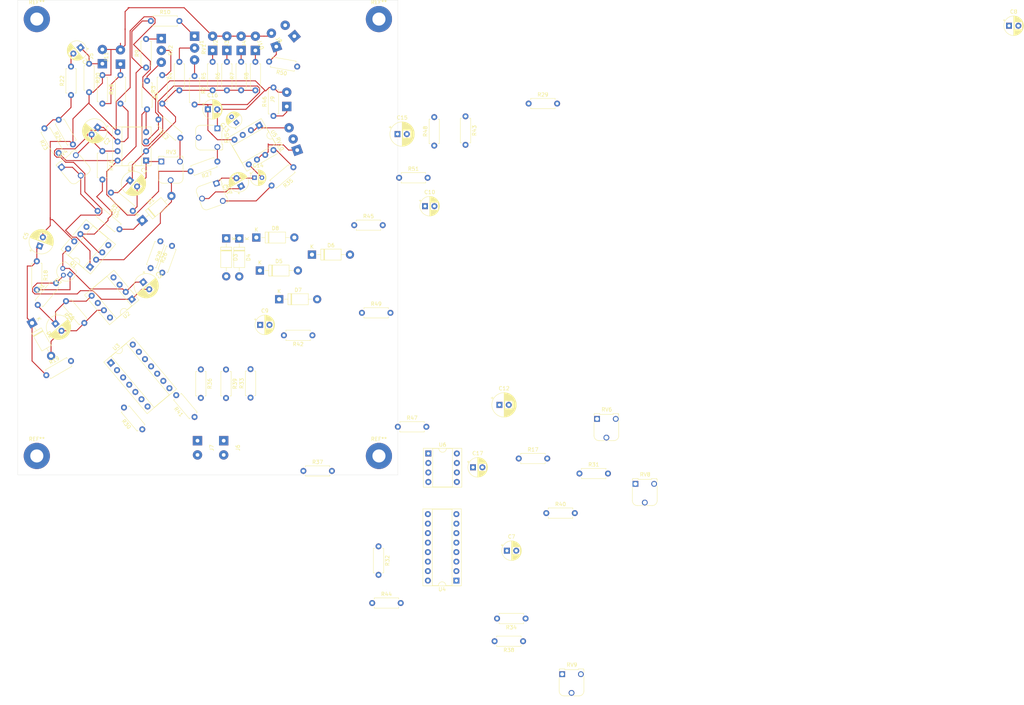
<source format=kicad_pcb>
(kicad_pcb (version 20171130) (host pcbnew "(5.1.2-1)-1")
  (title_block (title "VCO 1V/OCT") (comment 1 "Designed by: Ray Wilson") (comment 2 "Layout by: Mason Mann"))
  (layers (0 F.Cu signal) (31 B.Cu signal) (34 B.Paste user) (35 F.Paste user) (36 B.SilkS user) (37 F.SilkS user hide) (38 B.Mask user) (39 F.Mask user) (44 Edge.Cuts user))
  (net 0 "")
  (net 1 "Net-(C1-Pad2)")
  (net 2 "Net-(C1-Pad1)")
  (net 3 "Net-(C2-Pad1)")
  (net 4 "Net-(C2-Pad2)")
  (net 5 RAW)
  (net 6 "Net-(C3-Pad1)")
  (net 7 "Net-(C4-Pad1)")
  (net 8 "Net-(C4-Pad2)")
  (net 9 "Net-(C5-Pad1)")
  (net 10 Earth)
  (net 11 "Net-(C6-Pad1)")
  (net 12 "Net-(C6-Pad2)")
  (net 13 +12V)
  (net 14 -12V)
  (net 15 "Net-(C10-Pad1)")
  (net 16 "Net-(C11-Pad1)")
  (net 17 "Net-(C12-Pad1)")
  (net 18 "Net-(C13-Pad1)")
  (net 19 "Net-(C14-Pad2)")
  (net 20 "Net-(C15-Pad2)")
  (net 21 "Net-(C15-Pad1)")
  (net 22 "Net-(D1-Pad1)")
  (net 23 "Net-(D1-Pad2)")
  (net 24 "Net-(D3-Pad2)")
  (net 25 "Net-(D4-Pad2)")
  (net 26 "Net-(D5-Pad2)")
  (net 27 "Net-(D7-Pad2)")
  (net 28 "Net-(Q1-Pad3)")
  (net 29 "Net-(Q2-Pad1)")
  (net 30 "Net-(R1-Pad1)")
  (net 31 "Net-(R2-Pad1)")
  (net 32 "Net-(R3-Pad2)")
  (net 33 "Net-(R4-Pad2)")
  (net 34 "Net-(R9-Pad2)")
  (net 35 "Net-(R10-Pad2)")
  (net 36 "Net-(R12-Pad1)")
  (net 37 "Net-(R15-Pad1)")
  (net 38 "Net-(R22-Pad1)")
  (net 39 "Net-(R26-Pad1)")
  (net 40 "Net-(R27-Pad1)")
  (net 41 "Net-(R29-Pad2)")
  (net 42 "Net-(R31-Pad2)")
  (net 43 "Net-(R31-Pad1)")
  (net 44 "Net-(R32-Pad2)")
  (net 45 "Net-(R34-Pad1)")
  (net 46 "Net-(R35-Pad2)")
  (net 47 "Net-(R36-Pad1)")
  (net 48 "Net-(R38-Pad1)")
  (net 49 "Net-(R38-Pad2)")
  (net 50 "Net-(R39-Pad2)")
  (net 51 "Net-(R40-Pad2)")
  (net 52 "Net-(R43-Pad2)")
  (net 53 "Net-(R47-Pad1)")
  (net 54 "Net-(R49-Pad1)")
  (net 55 /Sheet5FA537AF/SQU)
  (net 56 "Net-(RV10-Pad1)")
  (net 57 "Net-(RV10-Pad3)")
  (net 58 "Net-(U3-Pad13)")
  (net 59 "Net-(U4-Pad9)")
  (net 60 "Net-(U4-Pad2)")
  (net 61 "Net-(U4-Pad10)")
  (net 62 "Net-(U4-Pad12)")
  (net 63 "Net-(U4-Pad15)")
  (net 64 "Net-(U4-Pad16)")
  (net 65 "Net-(U6-Pad1)")
  (net 66 "Net-(U6-Pad5)")
  (net 67 "Net-(U6-Pad8)")
  (net 68 "Net-(J1-Pad1)")
  (net 69 "Net-(J2-Pad1)")
  (net 70 "Net-(J3-Pad1)")
  (net 71 "Net-(J4-Pad1)")
  (net 72 "Net-(J6-Pad1)")
  (net 73 "Net-(J7-Pad1)")
  (net 74 "Net-(J8-Pad1)")
  (net 75 "Net-(J9-Pad1)")
  (net 76 "Net-(J11-Pad1)")
  (module Package_DIP:DIP-8_W7.62mm_Socket (layer F.Cu) (at 77.216 46.228 300)
    (fp_text reference U5 (at 3.81 -2.33 120) (layer F.SilkS))
    (fp_text value TL072)
    (pad 1 thru_hole rect (at 0 0 300) (size 1.6 1.6) (drill 0.8) (layers *.Cu *.Mask) (net 57 "Net-(RV10-Pad3)"))
    (pad 5 thru_hole oval (at 7.62 7.62 300) (size 1.6 1.6) (drill 0.8) (layers *.Cu *.Mask) (net 19 "Net-(C14-Pad2)"))
    (pad 2 thru_hole oval (at 0 2.54 300) (size 1.6 1.6) (drill 0.8) (layers *.Cu *.Mask) (net 57 "Net-(RV10-Pad3)"))
    (pad 6 thru_hole oval (at 7.62 5.08 300) (size 1.6 1.6) (drill 0.8) (layers *.Cu *.Mask) (net 56 "Net-(RV10-Pad1)"))
    (pad 3 thru_hole oval (at 0 5.08 300) (size 1.6 1.6) (drill 0.8) (layers *.Cu *.Mask) (net 18 "Net-(C13-Pad1)"))
    (pad 7 thru_hole oval (at 7.62 2.54 300) (size 1.6 1.6) (drill 0.8) (layers *.Cu *.Mask) (net 56 "Net-(RV10-Pad1)"))
    (pad 4 thru_hole oval (at 0 7.62 300) (size 1.6 1.6) (drill 0.8) (layers *.Cu *.Mask) (net 14 -12V))
    (pad 8 thru_hole oval (at 7.62 0 300) (size 1.6 1.6) (drill 0.8) (layers *.Cu *.Mask) (net 13 +12V))
  )
  (module MountingHole:MountingHole_3.5mm_Pad (layer F.Cu) (at 17.78 17.78)
    (fp_text reference REF** (at 0 -4.5) (layer F.SilkS))
    (fp_text value MountingHole_3.5mm_Pad)
    (pad 1 thru_hole circle (at 0 0) (size 7 7) (drill 3.5) (layers *.Cu *.Mask))
  )
  (module Package_DIP:DIP-8_W7.62mm_Socket (layer F.Cu) (at 43.18 92.71 220)
    (fp_text reference U2 (at 3.81 -2.33 40) (layer F.SilkS))
    (fp_text value TL072)
    (pad 8 thru_hole oval (at 7.62 0 220) (size 1.6 1.6) (drill 0.8) (layers *.Cu *.Mask) (net 13 +12V))
    (pad 4 thru_hole oval (at 0 7.62 220) (size 1.6 1.6) (drill 0.8) (layers *.Cu *.Mask) (net 14 -12V))
    (pad 7 thru_hole oval (at 7.62 2.54 220) (size 1.6 1.6) (drill 0.8) (layers *.Cu *.Mask) (net 12 "Net-(C6-Pad2)"))
    (pad 3 thru_hole oval (at 0 5.08 220) (size 1.6 1.6) (drill 0.8) (layers *.Cu *.Mask) (net 10 Earth))
    (pad 6 thru_hole oval (at 7.62 5.08 220) (size 1.6 1.6) (drill 0.8) (layers *.Cu *.Mask) (net 38 "Net-(R22-Pad1)"))
    (pad 2 thru_hole oval (at 0 2.54 220) (size 1.6 1.6) (drill 0.8) (layers *.Cu *.Mask) (net 6 "Net-(C3-Pad1)"))
    (pad 5 thru_hole oval (at 7.62 7.62 220) (size 1.6 1.6) (drill 0.8) (layers *.Cu *.Mask) (net 11 "Net-(C6-Pad1)"))
    (pad 1 thru_hole rect (at 0 0 220) (size 1.6 1.6) (drill 0.8) (layers *.Cu *.Mask) (net 5 RAW))
  )
  (module Package_DIP:DIP-8_W7.62mm_Socket (layer F.Cu) (at 46.99 55.626 180)
    (fp_text reference U1 (at 3.81 -2.33) (layer F.SilkS))
    (fp_text value OP275)
    (pad 1 thru_hole rect (at 0 0 180) (size 1.6 1.6) (drill 0.8) (layers *.Cu *.Mask) (net 1 "Net-(C1-Pad2)"))
    (pad 5 thru_hole oval (at 7.62 7.62 180) (size 1.6 1.6) (drill 0.8) (layers *.Cu *.Mask) (net 10 Earth))
    (pad 2 thru_hole oval (at 0 2.54 180) (size 1.6 1.6) (drill 0.8) (layers *.Cu *.Mask) (net 2 "Net-(C1-Pad1)"))
    (pad 6 thru_hole oval (at 7.62 5.08 180) (size 1.6 1.6) (drill 0.8) (layers *.Cu *.Mask) (net 3 "Net-(C2-Pad1)"))
    (pad 3 thru_hole oval (at 0 5.08 180) (size 1.6 1.6) (drill 0.8) (layers *.Cu *.Mask) (net 10 Earth))
    (pad 7 thru_hole oval (at 7.62 2.54 180) (size 1.6 1.6) (drill 0.8) (layers *.Cu *.Mask) (net 4 "Net-(C2-Pad2)"))
    (pad 4 thru_hole oval (at 0 7.62 180) (size 1.6 1.6) (drill 0.8) (layers *.Cu *.Mask) (net 14 -12V))
    (pad 8 thru_hole oval (at 7.62 0 180) (size 1.6 1.6) (drill 0.8) (layers *.Cu *.Mask) (net 13 +12V))
  )
  (module Potentiometer_THT:Potentiometer_Runtron_RM-065_Vertical (layer F.Cu) (at 65.786 61.722 290)
    (fp_text reference RV7 (at 2.6 -2.5 110) (layer F.SilkS))
    (fp_text value 10K)
    (pad 2 thru_hole circle (at 2.5 5 290) (size 1.55 1.55) (drill 1) (layers *.Cu *.Mask) (net 16 "Net-(C11-Pad1)"))
    (pad 1 thru_hole rect (at 0 0 290) (size 1.55 1.55) (drill 1) (layers *.Cu *.Mask) (net 10 Earth))
    (pad 3 thru_hole circle (at 5 0 290) (size 1.55 1.55) (drill 1) (layers *.Cu *.Mask) (net 46 "Net-(R35-Pad2)"))
  )
  (module Potentiometer_THT:Potentiometer_Runtron_RM-065_Vertical (layer F.Cu) (at 66.04 46.99 270)
    (fp_text reference RV5 (at 2.6 -2.5 90) (layer F.SilkS))
    (fp_text value 10K)
    (pad 3 thru_hole circle (at 5 0 270) (size 1.55 1.55) (drill 1) (layers *.Cu *.Mask) (net 40 "Net-(R27-Pad1)"))
    (pad 1 thru_hole rect (at 0 0 270) (size 1.55 1.55) (drill 1) (layers *.Cu *.Mask) (net 10 Earth))
    (pad 2 thru_hole circle (at 2.5 5 270) (size 1.55 1.55) (drill 1) (layers *.Cu *.Mask) (net 15 "Net-(C10-Pad1)"))
  )
  (module Potentiometer_THT:Potentiometer_Runtron_RM-065_Vertical (layer F.Cu) (at 24.384 57.404 40)
    (fp_text reference RV4 (at 2.6 -2.5 40) (layer F.SilkS))
    (fp_text value 100K)
    (pad 2 thru_hole circle (at 2.5 5 40) (size 1.55 1.55) (drill 1) (layers *.Cu *.Mask) (net 37 "Net-(R15-Pad1)"))
    (pad 1 thru_hole rect (at 0 0 40) (size 1.55 1.55) (drill 1) (layers *.Cu *.Mask) (net 37 "Net-(R15-Pad1)"))
    (pad 3 thru_hole circle (at 5 0 40) (size 1.55 1.55) (drill 1) (layers *.Cu *.Mask) (net 4 "Net-(C2-Pad2)"))
  )
  (module Connector_Wire:SolderWirePad_1x03_P3.175mm_Drill1mm (layer F.Cu) (at 59.944 22.352 270)
    (fp_text reference RV1 (at 3.5 -2.5 90) (layer F.SilkS))
    (fp_text value 100k)
    (pad 3 thru_hole circle (at 6.35 0 270) (size 2.49936 2.49936) (drill 1.00076) (layers *.Cu *.Mask) (net 31 "Net-(R2-Pad1)"))
    (pad 2 thru_hole circle (at 3.175 0 270) (size 2.49936 2.49936) (drill 1.00076) (layers *.Cu *.Mask) (net 33 "Net-(R4-Pad2)"))
    (pad 1 thru_hole rect (at 0 0 270) (size 2.49936 2.49936) (drill 1.00076) (layers *.Cu *.Mask) (net 35 "Net-(R10-Pad2)"))
  )
  (module Connector_Wire:SolderWirePad_1x03_P3.175mm_Drill1mm (layer F.Cu) (at 51.054 22.987 270)
    (fp_text reference RV2 (at 3.175 -2.5 90) (layer F.SilkS))
    (fp_text value 100k)
    (pad 1 thru_hole rect (at 0 0 270) (size 2.49936 2.49936) (drill 1.00076) (layers *.Cu *.Mask) (net 34 "Net-(R9-Pad2)"))
    (pad 2 thru_hole circle (at 3.175 0 270) (size 2.49936 2.49936) (drill 1.00076) (layers *.Cu *.Mask) (net 32 "Net-(R3-Pad2)"))
    (pad 3 thru_hole circle (at 6.35 0 270) (size 2.49936 2.49936) (drill 1.00076) (layers *.Cu *.Mask) (net 30 "Net-(R1-Pad1)"))
  )
  (module Potentiometer_THT:Potentiometer_Runtron_RM-065_Vertical (layer F.Cu) (at 51.054 55.88)
    (fp_text reference RV3 (at 2.6 -2.5) (layer F.SilkS))
    (fp_text value 100)
    (pad 3 thru_hole circle (at 5 0) (size 1.55 1.55) (drill 1) (layers *.Cu *.Mask) (net 36 "Net-(R12-Pad1)"))
    (pad 1 thru_hole rect (at 0 0) (size 1.55 1.55) (drill 1) (layers *.Cu *.Mask) (net 1 "Net-(C1-Pad2)"))
    (pad 2 thru_hole circle (at 2.5 5) (size 1.55 1.55) (drill 1) (layers *.Cu *.Mask) (net 23 "Net-(D1-Pad2)"))
  )
  (module Resistor_THT:R_Axial_DIN0207_L6.3mm_D2.5mm_P7.62mm_Horizontal (layer F.Cu) (at 66.04 55.88 200)
    (fp_text reference R27 (at 3.81 -2.37 20) (layer F.SilkS))
    (fp_text value 100K)
    (pad 1 thru_hole circle (at 0 0 200) (size 1.6 1.6) (drill 0.8) (layers *.Cu *.Mask) (net 40 "Net-(R27-Pad1)"))
    (pad 2 thru_hole oval (at 7.62 0 200) (size 1.6 1.6) (drill 0.8) (layers *.Cu *.Mask) (net 13 +12V))
  )
  (module Resistor_THT:R_Axial_DIN0207_L6.3mm_D2.5mm_P7.62mm_Horizontal (layer F.Cu) (at 18.034 94.234 50)
    (fp_text reference R21 (at 3.81 -2.37 50) (layer F.SilkS))
    (fp_text value 10K)
    (pad 2 thru_hole oval (at 7.62 0 50) (size 1.6 1.6) (drill 0.8) (layers *.Cu *.Mask) (net 5 RAW))
    (pad 1 thru_hole circle (at 0 0 50) (size 1.6 1.6) (drill 0.8) (layers *.Cu *.Mask) (net 11 "Net-(C6-Pad1)"))
  )
  (module Resistor_THT:R_Axial_DIN0207_L6.3mm_D2.5mm_P7.62mm_Horizontal (layer F.Cu) (at 26.924 38.1 90)
    (fp_text reference R22 (at 3.81 -2.37 90) (layer F.SilkS))
    (fp_text value 1K)
    (pad 1 thru_hole circle (at 0 0 90) (size 1.6 1.6) (drill 0.8) (layers *.Cu *.Mask) (net 38 "Net-(R22-Pad1)"))
    (pad 2 thru_hole oval (at 7.62 0 90) (size 1.6 1.6) (drill 0.8) (layers *.Cu *.Mask) (net 8 "Net-(C4-Pad2)"))
  )
  (module Resistor_THT:R_Axial_DIN0207_L6.3mm_D2.5mm_P7.62mm_Horizontal (layer F.Cu) (at 23.622 53.594 120)
    (fp_text reference R23 (at 3.81 -2.37 120) (layer F.SilkS))
    (fp_text value 10K)
    (pad 2 thru_hole oval (at 7.62 0 120) (size 1.6 1.6) (drill 0.8) (layers *.Cu *.Mask) (net 38 "Net-(R22-Pad1)"))
    (pad 1 thru_hole circle (at 0 0 120) (size 1.6 1.6) (drill 0.8) (layers *.Cu *.Mask) (net 13 +12V))
  )
  (module Resistor_THT:R_Axial_DIN0207_L6.3mm_D2.5mm_P7.62mm_Horizontal (layer F.Cu) (at 27.432 51.308 120)
    (fp_text reference R24 (at 3.81 -2.37 120) (layer F.SilkS))
    (fp_text value 2K)
    (pad 1 thru_hole circle (at 0 0 120) (size 1.6 1.6) (drill 0.8) (layers *.Cu *.Mask) (net 10 Earth))
    (pad 2 thru_hole oval (at 7.62 0 120) (size 1.6 1.6) (drill 0.8) (layers *.Cu *.Mask) (net 38 "Net-(R22-Pad1)"))
  )
  (module Resistor_THT:R_Axial_DIN0207_L6.3mm_D2.5mm_P7.62mm_Horizontal (layer F.Cu) (at 30.48 99.06 130)
    (fp_text reference R25 (at 3.81 -2.37 130) (layer F.SilkS))
    (fp_text value 1M)
    (pad 2 thru_hole oval (at 7.62 0 130) (size 1.6 1.6) (drill 0.8) (layers *.Cu *.Mask) (net 11 "Net-(C6-Pad1)"))
    (pad 1 thru_hole circle (at 0 0 130) (size 1.6 1.6) (drill 0.8) (layers *.Cu *.Mask) (net 12 "Net-(C6-Pad2)"))
  )
  (module Resistor_THT:R_Axial_DIN0207_L6.3mm_D2.5mm_P7.62mm_Horizontal (layer F.Cu) (at 34.036 69.088 320)
    (fp_text reference R15 (at 3.81 -2.37 140) (layer F.SilkS))
    (fp_text value 4.7K)
    (pad 2 thru_hole oval (at 7.62 0 320) (size 1.6 1.6) (drill 0.8) (layers *.Cu *.Mask) (net 22 "Net-(D1-Pad1)"))
    (pad 1 thru_hole circle (at 0 0 320) (size 1.6 1.6) (drill 0.8) (layers *.Cu *.Mask) (net 37 "Net-(R15-Pad1)"))
  )
  (module Resistor_THT:R_Axial_DIN0207_L6.3mm_D2.5mm_P7.62mm_Horizontal (layer F.Cu) (at 35.306 53.086 270)
    (fp_text reference R16 (at 3.81 -2.37 90) (layer F.SilkS))
    (fp_text value 10K)
    (pad 2 thru_hole oval (at 7.62 0 270) (size 1.6 1.6) (drill 0.8) (layers *.Cu *.Mask) (net 28 "Net-(Q1-Pad3)"))
    (pad 1 thru_hole circle (at 0 0 270) (size 1.6 1.6) (drill 0.8) (layers *.Cu *.Mask) (net 4 "Net-(C2-Pad2)"))
  )
  (module Resistor_THT:R_Axial_DIN0207_L6.3mm_D2.5mm_P7.62mm_Horizontal (layer F.Cu) (at 17.78 82.55 270)
    (fp_text reference R18 (at 3.81 -2.37 90) (layer F.SilkS))
    (fp_text value 100K)
    (pad 2 thru_hole oval (at 7.62 0 270) (size 1.6 1.6) (drill 0.8) (layers *.Cu *.Mask) (net 29 "Net-(Q2-Pad1)"))
    (pad 1 thru_hole circle (at 0 0 270) (size 1.6 1.6) (drill 0.8) (layers *.Cu *.Mask) (net 9 "Net-(C5-Pad1)"))
  )
  (module Resistor_THT:R_Axial_DIN0207_L6.3mm_D2.5mm_P7.62mm_Horizontal (layer F.Cu) (at 20.32 113.03 30)
    (fp_text reference R19 (at 3.81 -2.37 30) (layer F.SilkS))
    (fp_text value 18k)
    (pad 1 thru_hole circle (at 0 0 30) (size 1.6 1.6) (drill 0.8) (layers *.Cu *.Mask) (net 9 "Net-(C5-Pad1)"))
    (pad 2 thru_hole oval (at 7.62 0 30) (size 1.6 1.6) (drill 0.8) (layers *.Cu *.Mask) (net 14 -12V))
  )
  (module Resistor_THT:R_Axial_DIN0207_L6.3mm_D2.5mm_P7.62mm_Horizontal (layer F.Cu) (at 31.75 29.718 270)
    (fp_text reference R20 (at 3.81 -2.37 90) (layer F.SilkS))
    (fp_text value 100K)
    (pad 1 thru_hole circle (at 0 0 270) (size 1.6 1.6) (drill 0.8) (layers *.Cu *.Mask) (net 7 "Net-(C4-Pad1)"))
    (pad 2 thru_hole oval (at 7.62 0 270) (size 1.6 1.6) (drill 0.8) (layers *.Cu *.Mask) (net 10 Earth))
  )
  (module Resistor_THT:R_Axial_DIN0207_L6.3mm_D2.5mm_P7.62mm_Horizontal (layer F.Cu) (at 40.132 40.386 90)
    (fp_text reference R14 (at 3.81 -2.37 90) (layer F.SilkS))
    (fp_text value 1M)
    (pad 1 thru_hole circle (at 0 0 90) (size 1.6 1.6) (drill 0.8) (layers *.Cu *.Mask) (net 3 "Net-(C2-Pad1)"))
    (pad 2 thru_hole oval (at 7.62 0 90) (size 1.6 1.6) (drill 0.8) (layers *.Cu *.Mask) (net 76 "Net-(J11-Pad1)"))
  )
  (module Resistor_THT:R_Axial_DIN0207_L6.3mm_D2.5mm_P7.62mm_Horizontal (layer F.Cu) (at 35.306 32.766 270)
    (fp_text reference R13 (at 3.81 -2.37 90) (layer F.SilkS))
    (fp_text value 100K)
    (pad 2 thru_hole oval (at 7.62 0 270) (size 1.6 1.6) (drill 0.8) (layers *.Cu *.Mask) (net 76 "Net-(J11-Pad1)"))
    (pad 1 thru_hole circle (at 0 0 270) (size 1.6 1.6) (drill 0.8) (layers *.Cu *.Mask) (net 10 Earth))
  )
  (module Resistor_THT:R_Axial_DIN0207_L6.3mm_D2.5mm_P7.62mm_Horizontal (layer F.Cu) (at 72.39 36.8104 90)
    (fp_text reference R7 (at 3.81 -2.37 90) (layer F.SilkS))
    (fp_text value 100k)
    (pad 1 thru_hole circle (at 0 0 90) (size 1.6 1.6) (drill 0.8) (layers *.Cu *.Mask) (net 2 "Net-(C1-Pad1)"))
    (pad 2 thru_hole oval (at 7.62 0 90) (size 1.6 1.6) (drill 0.8) (layers *.Cu *.Mask) (net 70 "Net-(J3-Pad1)"))
  )
  (module Resistor_THT:R_Axial_DIN0207_L6.3mm_D2.5mm_P7.62mm_Horizontal (layer F.Cu) (at 76.2 36.83 90)
    (fp_text reference R8 (at 3.81 -2.37 90) (layer F.SilkS))
    (fp_text value 100k)
    (pad 2 thru_hole oval (at 7.62 0 90) (size 1.6 1.6) (drill 0.8) (layers *.Cu *.Mask) (net 71 "Net-(J4-Pad1)"))
    (pad 1 thru_hole circle (at 0 0 90) (size 1.6 1.6) (drill 0.8) (layers *.Cu *.Mask) (net 2 "Net-(C1-Pad1)"))
  )
  (module Resistor_THT:R_Axial_DIN0207_L6.3mm_D2.5mm_P7.62mm_Horizontal (layer F.Cu) (at 46.99 30.734 90)
    (fp_text reference R9 (at 3.81 -2.37 90) (layer F.SilkS))
    (fp_text value 200k)
    (pad 1 thru_hole circle (at 0 0 90) (size 1.6 1.6) (drill 0.8) (layers *.Cu *.Mask) (net 13 +12V))
    (pad 2 thru_hole oval (at 7.62 0 90) (size 1.6 1.6) (drill 0.8) (layers *.Cu *.Mask) (net 34 "Net-(R9-Pad2)"))
  )
  (module Resistor_THT:R_Axial_DIN0207_L6.3mm_D2.5mm_P7.62mm_Horizontal (layer F.Cu) (at 48.26 18.288)
    (fp_text reference R10 (at 3.81 -2.37) (layer F.SilkS))
    (fp_text value 47k)
    (pad 2 thru_hole oval (at 7.62 0) (size 1.6 1.6) (drill 0.8) (layers *.Cu *.Mask) (net 35 "Net-(R10-Pad2)"))
    (pad 1 thru_hole circle (at 0 0) (size 1.6 1.6) (drill 0.8) (layers *.Cu *.Mask) (net 13 +12V))
  )
  (module Resistor_THT:R_Axial_DIN0207_L6.3mm_D2.5mm_P7.62mm_Horizontal (layer F.Cu) (at 43.434 69.088 140)
    (fp_text reference R11 (at 3.81 -2.37 140) (layer F.SilkS))
    (fp_text value 2k)
    (pad 1 thru_hole circle (at 0 0 140) (size 1.6 1.6) (drill 0.8) (layers *.Cu *.Mask) (net 1 "Net-(C1-Pad2)"))
    (pad 2 thru_hole oval (at 7.62 0 140) (size 1.6 1.6) (drill 0.8) (layers *.Cu *.Mask) (net 2 "Net-(C1-Pad1)"))
  )
  (module Resistor_THT:R_Axial_DIN0207_L6.3mm_D2.5mm_P7.62mm_Horizontal (layer F.Cu) (at 68.58 36.83 90)
    (fp_text reference R6 (at 3.81 -2.37 90) (layer F.SilkS))
    (fp_text value 100k)
    (pad 2 thru_hole oval (at 7.62 0 90) (size 1.6 1.6) (drill 0.8) (layers *.Cu *.Mask) (net 69 "Net-(J2-Pad1)"))
    (pad 1 thru_hole circle (at 0 0 90) (size 1.6 1.6) (drill 0.8) (layers *.Cu *.Mask) (net 2 "Net-(C1-Pad1)"))
  )
  (module Resistor_THT:R_Axial_DIN0207_L6.3mm_D2.5mm_P7.62mm_Horizontal (layer F.Cu) (at 64.77 36.83 90)
    (fp_text reference R5 (at 3.81 -2.37 90) (layer F.SilkS))
    (fp_text value 100k)
    (pad 1 thru_hole circle (at 0 0 90) (size 1.6 1.6) (drill 0.8) (layers *.Cu *.Mask) (net 2 "Net-(C1-Pad1)"))
    (pad 2 thru_hole oval (at 7.62 0 90) (size 1.6 1.6) (drill 0.8) (layers *.Cu *.Mask) (net 68 "Net-(J1-Pad1)"))
  )
  (module Resistor_THT:R_Axial_DIN0207_L6.3mm_D2.5mm_P7.62mm_Horizontal (layer F.Cu) (at 59.944 33.02 270)
    (fp_text reference R2 (at 3.81 -2.37 90) (layer F.SilkS))
    (fp_text value 10k)
    (pad 2 thru_hole oval (at 7.62 0 270) (size 1.6 1.6) (drill 0.8) (layers *.Cu *.Mask) (net 14 -12V))
    (pad 1 thru_hole circle (at 0 0 270) (size 1.6 1.6) (drill 0.8) (layers *.Cu *.Mask) (net 31 "Net-(R2-Pad1)"))
  )
  (module Resistor_THT:R_Axial_DIN0207_L6.3mm_D2.5mm_P7.62mm_Horizontal (layer F.Cu) (at 51.308 40.386 90)
    (fp_text reference R3 (at 3.81 -2.37 90) (layer F.SilkS))
    (fp_text value 1M)
    (pad 1 thru_hole circle (at 0 0 90) (size 1.6 1.6) (drill 0.8) (layers *.Cu *.Mask) (net 2 "Net-(C1-Pad1)"))
    (pad 2 thru_hole oval (at 7.62 0 90) (size 1.6 1.6) (drill 0.8) (layers *.Cu *.Mask) (net 32 "Net-(R3-Pad2)"))
  )
  (module Resistor_THT:R_Axial_DIN0207_L6.3mm_D2.5mm_P7.62mm_Horizontal (layer F.Cu) (at 55.88 36.83 90)
    (fp_text reference R4 (at 3.81 -2.37 90) (layer F.SilkS))
    (fp_text value 100k)
    (pad 2 thru_hole oval (at 7.62 0 90) (size 1.6 1.6) (drill 0.8) (layers *.Cu *.Mask) (net 33 "Net-(R4-Pad2)"))
    (pad 1 thru_hole circle (at 0 0 90) (size 1.6 1.6) (drill 0.8) (layers *.Cu *.Mask) (net 2 "Net-(C1-Pad1)"))
  )
  (module Connector_Wire:SolderWirePad_1x02_P3.81mm_Drill1mm (layer F.Cu) (at 76.2 26.162 90)
    (fp_text reference J4 (at 1.905 -3 90) (layer F.SilkS))
    (fp_text value CV4)
    (pad 2 thru_hole circle (at 3.81 0 90) (size 2.49936 2.49936) (drill 1.00076) (layers *.Cu *.Mask) (net 10 Earth))
    (pad 1 thru_hole rect (at 0 0 90) (size 2.49936 2.49936) (drill 1.00076) (layers *.Cu *.Mask) (net 71 "Net-(J4-Pad1)"))
  )
  (module Connector_Wire:SolderWirePad_1x02_P3.81mm_Drill1mm (layer F.Cu) (at 35.306 29.718 90)
    (fp_text reference J5 (at 2 -3 90) (layer F.SilkS))
    (fp_text value SYNC)
    (pad 2 thru_hole circle (at 3.81 0 90) (size 2.49936 2.49936) (drill 1.00076) (layers *.Cu *.Mask) (net 10 Earth))
    (pad 1 thru_hole rect (at 0 0 90) (size 2.49936 2.49936) (drill 1.00076) (layers *.Cu *.Mask) (net 7 "Net-(C4-Pad1)"))
  )
  (module Package_DIP:DIP-8_W7.62mm_Socket (layer F.Cu) (at 32.004 84.074 140)
    (fp_text reference Q1 (at 3.81 -2.33 140) (layer F.SilkS))
    (fp_text value SSM2210)
    (pad 8 thru_hole oval (at 7.62 0 140) (size 1.6 1.6) (drill 0.8) (layers *.Cu *.Mask) (net 6 "Net-(C3-Pad1)"))
    (pad 4 thru_hole oval (at 0 7.62 140) (size 1.6 1.6) (drill 0.8) (layers *.Cu *.Mask))
    (pad 7 thru_hole oval (at 7.62 2.54 140) (size 1.6 1.6) (drill 0.8) (layers *.Cu *.Mask) (net 10 Earth))
    (pad 3 thru_hole oval (at 0 5.08 140) (size 1.6 1.6) (drill 0.8) (layers *.Cu *.Mask) (net 28 "Net-(Q1-Pad3)"))
    (pad 6 thru_hole oval (at 7.62 5.08 140) (size 1.6 1.6) (drill 0.8) (layers *.Cu *.Mask) (net 28 "Net-(Q1-Pad3)"))
    (pad 2 thru_hole oval (at 0 2.54 140) (size 1.6 1.6) (drill 0.8) (layers *.Cu *.Mask) (net 23 "Net-(D1-Pad2)"))
    (pad 5 thru_hole oval (at 7.62 7.62 140) (size 1.6 1.6) (drill 0.8) (layers *.Cu *.Mask))
    (pad 1 thru_hole rect (at 0 0 140) (size 1.6 1.6) (drill 0.8) (layers *.Cu *.Mask) (net 3 "Net-(C2-Pad1)"))
  )
  (module Package_TO_SOT_THT:TO-92 (layer F.Cu) (at 26.67 86.106 140)
    (fp_text reference Q2 (at 1.27 -3.56 140) (layer F.SilkS))
    (fp_text value Q_PJFET_GSD)
    (pad 2 thru_hole circle (at 1.27 -1.27 230) (size 1.3 1.3) (drill 0.75) (layers *.Cu *.Mask) (net 5 RAW))
    (pad 3 thru_hole circle (at 2.54 0 230) (size 1.3 1.3) (drill 0.75) (layers *.Cu *.Mask) (net 6 "Net-(C3-Pad1)"))
    (pad 1 thru_hole rect (at 0 0 230) (size 1.3 1.3) (drill 0.75) (layers *.Cu *.Mask) (net 29 "Net-(Q2-Pad1)"))
  )
  (module Resistor_THT:R_Axial_DIN0207_L6.3mm_D2.5mm_P7.62mm_Horizontal (layer F.Cu) (at 47.244 34.29 270)
    (fp_text reference R1 (at 3.81 -2.37 90) (layer F.SilkS))
    (fp_text value 200k)
    (pad 1 thru_hole circle (at 0 0 270) (size 1.6 1.6) (drill 0.8) (layers *.Cu *.Mask) (net 30 "Net-(R1-Pad1)"))
    (pad 2 thru_hole oval (at 7.62 0 270) (size 1.6 1.6) (drill 0.8) (layers *.Cu *.Mask) (net 14 -12V))
  )
  (module Connector_Wire:SolderWirePad_1x02_P3.81mm_Drill1mm (layer F.Cu) (at 72.39 26.162 90)
    (fp_text reference J3 (at 1.905 -3.81 90) (layer F.SilkS))
    (fp_text value CV3)
    (pad 1 thru_hole rect (at 0 0 90) (size 2.49936 2.49936) (drill 1.00076) (layers *.Cu *.Mask) (net 70 "Net-(J3-Pad1)"))
    (pad 2 thru_hole circle (at 3.81 0 90) (size 2.49936 2.49936) (drill 1.00076) (layers *.Cu *.Mask) (net 10 Earth))
  )
  (module Connector_Wire:SolderWirePad_1x02_P3.81mm_Drill1mm (layer F.Cu) (at 68.58 26.162 90)
    (fp_text reference J2 (at 2 -3 90) (layer F.SilkS))
    (fp_text value CV2)
    (pad 2 thru_hole circle (at 3.81 0 90) (size 2.49936 2.49936) (drill 1.00076) (layers *.Cu *.Mask) (net 10 Earth))
    (pad 1 thru_hole rect (at 0 0 90) (size 2.49936 2.49936) (drill 1.00076) (layers *.Cu *.Mask) (net 69 "Net-(J2-Pad1)"))
  )
  (module Connector_Wire:SolderWirePad_1x02_P3.81mm_Drill1mm (layer F.Cu) (at 64.77 26.162 90)
    (fp_text reference J1 (at 1.905 -3 90) (layer F.SilkS))
    (fp_text value CV1)
    (pad 1 thru_hole rect (at 0 0 90) (size 2.49936 2.49936) (drill 1.00076) (layers *.Cu *.Mask) (net 68 "Net-(J1-Pad1)"))
    (pad 2 thru_hole circle (at 3.81 0 90) (size 2.49936 2.49936) (drill 1.00076) (layers *.Cu *.Mask) (net 10 Earth))
  )
  (module Diode_THT:D_DO-41_SOD81_P10.16mm_Horizontal (layer F.Cu) (at 76.454 76.2)
    (fp_text reference D8 (at 5.08 -2.47) (layer F.SilkS))
    (fp_text value D)
    (fp_text user K (at 0 -2.1) (layer F.SilkS))
    (pad 2 thru_hole oval (at 10.16 0) (size 2.2 2.2) (drill 1.1) (layers *.Cu *.Mask) (net 19 "Net-(C14-Pad2)"))
    (pad 1 thru_hole rect (at 0 0) (size 2.2 2.2) (drill 1.1) (layers *.Cu *.Mask) (net 27 "Net-(D7-Pad2)"))
  )
  (module Diode_THT:D_DO-41_SOD81_P10.16mm_Horizontal (layer F.Cu) (at 45.974 71.628 40)
    (fp_text reference D1 (at 5.08 -2.47 40) (layer F.SilkS))
    (fp_text value D)
    (fp_text user K (at 0 -2.1 40) (layer F.SilkS))
    (pad 1 thru_hole rect (at 0 0 40) (size 2.2 2.2) (drill 1.1) (layers *.Cu *.Mask) (net 22 "Net-(D1-Pad1)"))
    (pad 2 thru_hole oval (at 10.16 0 40) (size 2.2 2.2) (drill 1.1) (layers *.Cu *.Mask) (net 23 "Net-(D1-Pad2)"))
  )
  (module Diode_THT:D_DO-41_SOD81_P10.16mm_Horizontal (layer F.Cu) (at 16.51 99.06 300)
    (fp_text reference D2 (at 5.08 -2.47 120) (layer F.SilkS))
    (fp_text value D)
    (fp_text user K (at 0 -2.1 120) (layer F.SilkS))
    (pad 2 thru_hole oval (at 10.16 0 300) (size 2.2 2.2) (drill 1.1) (layers *.Cu *.Mask) (net 12 "Net-(C6-Pad2)"))
    (pad 1 thru_hole rect (at 0 0 300) (size 2.2 2.2) (drill 1.1) (layers *.Cu *.Mask) (net 9 "Net-(C5-Pad1)"))
  )
  (module Diode_THT:D_DO-41_SOD81_P10.16mm_Horizontal (layer F.Cu) (at 77.409001 85.025001)
    (fp_text reference D5 (at 5.08 -2.47) (layer F.SilkS))
    (fp_text value D)
    (fp_text user K (at 0 -2.1) (layer F.SilkS))
    (pad 2 thru_hole oval (at 10.16 0) (size 2.2 2.2) (drill 1.1) (layers *.Cu *.Mask) (net 26 "Net-(D5-Pad2)"))
    (pad 1 thru_hole rect (at 0 0) (size 2.2 2.2) (drill 1.1) (layers *.Cu *.Mask) (net 17 "Net-(C12-Pad1)"))
  )
  (module Diode_THT:D_DO-41_SOD81_P10.16mm_Horizontal (layer F.Cu) (at 91.319001 80.775001)
    (fp_text reference D6 (at 5.08 -2.47) (layer F.SilkS))
    (fp_text value D)
    (fp_text user K (at 0 -2.1) (layer F.SilkS))
    (pad 1 thru_hole rect (at 0 0) (size 2.2 2.2) (drill 1.1) (layers *.Cu *.Mask) (net 18 "Net-(C13-Pad1)"))
    (pad 2 thru_hole oval (at 10.16 0) (size 2.2 2.2) (drill 1.1) (layers *.Cu *.Mask) (net 17 "Net-(C12-Pad1)"))
  )
  (module Resistor_THT:R_Axial_DIN0207_L6.3mm_D2.5mm_P7.62mm_Horizontal (layer F.Cu) (at 56.134 49.53 140)
    (fp_text reference R12 (at 3.81 -2.37 140) (layer F.SilkS))
    (fp_text value 475)
    (pad 2 thru_hole oval (at 7.62 0 140) (size 1.6 1.6) (drill 0.8) (layers *.Cu *.Mask) (net 10 Earth))
    (pad 1 thru_hole circle (at 0 0 140) (size 1.6 1.6) (drill 0.8) (layers *.Cu *.Mask) (net 36 "Net-(R12-Pad1)"))
  )
  (module Capacitor_THT:CP_Radial_D6.3mm_P2.50mm (layer F.Cu) (at 42.672 60.96 320)
    (fp_text reference C1 (at 1.25 -4.4 140) (layer F.SilkS))
    (fp_text value 100pF)
    (pad 2 thru_hole circle (at 2.5 0 320) (size 1.6 1.6) (drill 0.8) (layers *.Cu *.Mask) (net 1 "Net-(C1-Pad2)"))
    (pad 1 thru_hole rect (at 0 0 320) (size 1.6 1.6) (drill 0.8) (layers *.Cu *.Mask) (net 2 "Net-(C1-Pad1)"))
  )
  (module Capacitor_THT:CP_Radial_D6.3mm_P2.50mm (layer F.Cu) (at 34.036 46.736 230)
    (fp_text reference C2 (at 1.25 -4.4 50) (layer F.SilkS))
    (fp_text value 100pF)
    (pad 1 thru_hole rect (at 0 0 230) (size 1.6 1.6) (drill 0.8) (layers *.Cu *.Mask) (net 3 "Net-(C2-Pad1)"))
    (pad 2 thru_hole circle (at 2.5 0 230) (size 1.6 1.6) (drill 0.8) (layers *.Cu *.Mask) (net 4 "Net-(C2-Pad2)"))
  )
  (module Capacitor_THT:CP_Radial_D5.0mm_P2.50mm (layer F.Cu) (at 29.464 25.4 220)
    (fp_text reference C4 (at 1.25 -3.75 40) (layer F.SilkS))
    (fp_text value 0.001uF)
    (pad 1 thru_hole rect (at 0 0 220) (size 1.6 1.6) (drill 0.8) (layers *.Cu *.Mask) (net 7 "Net-(C4-Pad1)"))
    (pad 2 thru_hole circle (at 2.5 0 220) (size 1.6 1.6) (drill 0.8) (layers *.Cu *.Mask) (net 8 "Net-(C4-Pad2)"))
  )
  (module Capacitor_THT:CP_Radial_D6.3mm_P2.50mm (layer F.Cu) (at 18.542 78.486 70)
    (fp_text reference C5 (at 1.25 -4.4 70) (layer F.SilkS))
    (fp_text value 100pF)
    (pad 1 thru_hole rect (at 0 0 70) (size 1.6 1.6) (drill 0.8) (layers *.Cu *.Mask) (net 9 "Net-(C5-Pad1)"))
    (pad 2 thru_hole circle (at 2.5 0 70) (size 1.6 1.6) (drill 0.8) (layers *.Cu *.Mask) (net 10 Earth))
  )
  (module Capacitor_THT:CP_Radial_D6.3mm_P2.50mm (layer F.Cu) (at 22.779175 99.236596 310)
    (fp_text reference C6 (at 1.25 -4.4 130) (layer F.SilkS))
    (fp_text value 4.7pF)
    (pad 1 thru_hole rect (at 0 0 310) (size 1.6 1.6) (drill 0.8) (layers *.Cu *.Mask) (net 11 "Net-(C6-Pad1)"))
    (pad 2 thru_hole circle (at 2.5 0 310) (size 1.6 1.6) (drill 0.8) (layers *.Cu *.Mask) (net 12 "Net-(C6-Pad2)"))
  )
  (module Capacitor_THT:CP_Radial_D5.0mm_P2.50mm (layer F.Cu) (at 63.5 41.91)
    (fp_text reference C16 (at 1.25 -3.75) (layer F.SilkS))
    (fp_text value 0.1uF)
    (pad 1 thru_hole rect (at 0 0) (size 1.6 1.6) (drill 0.8) (layers *.Cu *.Mask) (net 14 -12V))
    (pad 2 thru_hole circle (at 2.5 0) (size 1.6 1.6) (drill 0.8) (layers *.Cu *.Mask) (net 10 Earth))
  )
  (module Connector_Wire:SolderWirePad_1x02_P3.81mm_Drill1mm (layer F.Cu) (at 40.132 29.8196 90)
    (fp_text reference J11 (at 1.905 -3.81 90) (layer F.SilkS))
    (fp_text value LIN_CV)
    (pad 1 thru_hole rect (at 0 0 90) (size 2.49936 2.49936) (drill 1.00076) (layers *.Cu *.Mask) (net 76 "Net-(J11-Pad1)"))
    (pad 2 thru_hole circle (at 3.81 0 90) (size 2.49936 2.49936) (drill 1.00076) (layers *.Cu *.Mask) (net 10 Earth))
  )
  (module MountingHole:MountingHole_3.5mm_Pad (layer F.Cu) (at 109.22 17.78)
    (fp_text reference REF** (at 0 -4.5) (layer F.SilkS))
    (fp_text value MountingHole_3.5mm_Pad)
    (pad 1 thru_hole circle (at 0 0) (size 7 7) (drill 3.5) (layers *.Cu *.Mask))
  )
  (module MountingHole:MountingHole_3.5mm_Pad (layer F.Cu) (at 109.22 134.62)
    (fp_text reference REF** (at 0 -4.5) (layer F.SilkS))
    (fp_text value MountingHole_3.5mm_Pad)
    (pad 1 thru_hole circle (at 0 0) (size 7 7) (drill 3.5) (layers *.Cu *.Mask))
  )
  (module MountingHole:MountingHole_3.5mm_Pad (layer F.Cu) (at 17.78 134.62)
    (fp_text reference REF** (at 0 -4.5) (layer F.SilkS))
    (fp_text value MountingHole_3.5mm_Pad)
    (pad 1 thru_hole circle (at 0 0) (size 7 7) (drill 3.5) (layers *.Cu *.Mask))
  )
  (module Capacitor_THT:CP_Radial_D6.3mm_P2.50mm (layer F.Cu) (at 46.228 88.138 310)
    (fp_text reference C3 (at 1.25 -4.4 130) (layer F.SilkS))
    (fp_text value 0.005uF)
    (pad 2 thru_hole circle (at 2.5 0 310) (size 1.6 1.6) (drill 0.8) (layers *.Cu *.Mask) (net 5 RAW))
    (pad 1 thru_hole rect (at 0 0 310) (size 1.6 1.6) (drill 0.8) (layers *.Cu *.Mask) (net 6 "Net-(C3-Pad1)"))
  )
  (module Capacitor_THT:CP_Radial_D5.0mm_P2.50mm (layer F.Cu) (at 143.4204 159.9628)
    (fp_text reference C7 (at 1.25 -3.75) (layer F.SilkS))
    (fp_text value 0.1uF)
    (pad 1 thru_hole rect (at 0 0) (size 1.6 1.6) (drill 0.8) (layers *.Cu *.Mask) (net 13 +12V))
    (pad 2 thru_hole circle (at 2.5 0) (size 1.6 1.6) (drill 0.8) (layers *.Cu *.Mask) (net 10 Earth))
  )
  (module Capacitor_THT:CP_Radial_D5.0mm_P2.50mm (layer F.Cu) (at 277.622 19.558)
    (fp_text reference C8 (at 1.25 -3.75) (layer F.SilkS))
    (fp_text value 10uF)
    (pad 2 thru_hole circle (at 2.5 0) (size 1.6 1.6) (drill 0.8) (layers *.Cu *.Mask) (net 10 Earth))
    (pad 1 thru_hole rect (at 0 0) (size 1.6 1.6) (drill 0.8) (layers *.Cu *.Mask) (net 13 +12V))
  )
  (module Capacitor_THT:CP_Radial_D5.0mm_P2.50mm (layer F.Cu) (at 77.47 99.568)
    (fp_text reference C9 (at 1.25 -3.75) (layer F.SilkS))
    (fp_text value 10uF)
    (pad 1 thru_hole rect (at 0 0) (size 1.6 1.6) (drill 0.8) (layers *.Cu *.Mask) (net 10 Earth))
    (pad 2 thru_hole circle (at 2.5 0) (size 1.6 1.6) (drill 0.8) (layers *.Cu *.Mask) (net 14 -12V))
  )
  (module Capacitor_THT:CP_Radial_D5.0mm_P2.50mm (layer F.Cu) (at 121.539 67.818)
    (fp_text reference C10 (at 1.25 -3.75) (layer F.SilkS))
    (fp_text value 0.1uF)
    (pad 2 thru_hole circle (at 2.5 0) (size 1.6 1.6) (drill 0.8) (layers *.Cu *.Mask) (net 10 Earth))
    (pad 1 thru_hole rect (at 0 0) (size 1.6 1.6) (drill 0.8) (layers *.Cu *.Mask) (net 15 "Net-(C10-Pad1)"))
  )
  (module Capacitor_THT:CP_Radial_D5.0mm_P2.50mm (layer F.Cu) (at 72.39 62.484 120)
    (fp_text reference C11 (at 1.25 -3.75 120) (layer F.SilkS))
    (fp_text value 0.1uF)
    (pad 2 thru_hole circle (at 2.5 0 120) (size 1.6 1.6) (drill 0.8) (layers *.Cu *.Mask) (net 10 Earth))
    (pad 1 thru_hole rect (at 0 0 120) (size 1.6 1.6) (drill 0.8) (layers *.Cu *.Mask) (net 16 "Net-(C11-Pad1)"))
  )
  (module Capacitor_THT:CP_Radial_D6.3mm_P2.50mm (layer F.Cu) (at 141.4204 120.9628)
    (fp_text reference C12 (at 1.25 -4.4) (layer F.SilkS))
    (fp_text value 0.002uF)
    (pad 1 thru_hole rect (at 0 0) (size 1.6 1.6) (drill 0.8) (layers *.Cu *.Mask) (net 17 "Net-(C12-Pad1)"))
    (pad 2 thru_hole circle (at 2.5 0) (size 1.6 1.6) (drill 0.8) (layers *.Cu *.Mask) (net 14 -12V))
  )
  (module Capacitor_THT:CP_Radial_D4.0mm_P2.00mm (layer F.Cu) (at 71.12 45.466 130)
    (fp_text reference C13 (at 1 -3.25 130) (layer F.SilkS))
    (fp_text value 1uF)
    (pad 1 thru_hole rect (at 0 0 130) (size 1.2 1.2) (drill 0.6) (layers *.Cu *.Mask) (net 18 "Net-(C13-Pad1)"))
    (pad 2 thru_hole circle (at 2 0 130) (size 1.2 1.2) (drill 0.6) (layers *.Cu *.Mask) (net 10 Earth))
  )
  (module Capacitor_THT:CP_Radial_D4.0mm_P2.00mm (layer F.Cu) (at 75.946 60.198)
    (fp_text reference C14 (at 1 -3.25) (layer F.SilkS))
    (fp_text value 1uF)
    (pad 2 thru_hole circle (at 2 0) (size 1.2 1.2) (drill 0.6) (layers *.Cu *.Mask) (net 19 "Net-(C14-Pad2)"))
    (pad 1 thru_hole rect (at 0 0) (size 1.2 1.2) (drill 0.6) (layers *.Cu *.Mask) (net 10 Earth))
  )
  (module Capacitor_THT:CP_Radial_D6.3mm_P2.50mm (layer F.Cu) (at 114.173 48.5394)
    (fp_text reference C15 (at 1.25 -4.4) (layer F.SilkS))
    (fp_text value 10pF)
    (pad 2 thru_hole circle (at 2.5 0) (size 1.6 1.6) (drill 0.8) (layers *.Cu *.Mask) (net 20 "Net-(C15-Pad2)"))
    (pad 1 thru_hole rect (at 0 0) (size 1.6 1.6) (drill 0.8) (layers *.Cu *.Mask) (net 21 "Net-(C15-Pad1)"))
  )
  (module Capacitor_THT:CP_Radial_D5.0mm_P2.50mm (layer F.Cu) (at 134.366 137.668)
    (fp_text reference C17 (at 1.25 -3.75) (layer F.SilkS))
    (fp_text value 0.1uF)
    (pad 1 thru_hole rect (at 0 0) (size 1.6 1.6) (drill 0.8) (layers *.Cu *.Mask) (net 13 +12V))
    (pad 2 thru_hole circle (at 2.5 0) (size 1.6 1.6) (drill 0.8) (layers *.Cu *.Mask) (net 10 Earth))
  )
  (module Diode_THT:D_DO-41_SOD81_P10.16mm_Horizontal (layer F.Cu) (at 68.4022 76.4286 270)
    (fp_text reference D3 (at 5.08 -2.47 90) (layer F.SilkS))
    (fp_text value D)
    (fp_text user K (at 0 -2.1 90) (layer F.SilkS))
    (pad 2 thru_hole oval (at 10.16 0 270) (size 2.2 2.2) (drill 1.1) (layers *.Cu *.Mask) (net 24 "Net-(D3-Pad2)"))
    (pad 1 thru_hole rect (at 0 0 270) (size 2.2 2.2) (drill 1.1) (layers *.Cu *.Mask) (net 17 "Net-(C12-Pad1)"))
  )
  (module Diode_THT:D_DO-41_SOD81_P10.16mm_Horizontal (layer F.Cu) (at 71.882 76.454 270)
    (fp_text reference D4 (at 5.08 -2.47 90) (layer F.SilkS))
    (fp_text value D)
    (fp_text user K (at 0 -2.1 90) (layer F.SilkS))
    (pad 1 thru_hole rect (at 0 0 270) (size 2.2 2.2) (drill 1.1) (layers *.Cu *.Mask) (net 17 "Net-(C12-Pad1)"))
    (pad 2 thru_hole oval (at 10.16 0 270) (size 2.2 2.2) (drill 1.1) (layers *.Cu *.Mask) (net 25 "Net-(D4-Pad2)"))
  )
  (module Diode_THT:D_DO-41_SOD81_P10.16mm_Horizontal (layer F.Cu) (at 82.55 92.71)
    (fp_text reference D7 (at 5.08 -2.47) (layer F.SilkS))
    (fp_text value D)
    (fp_text user K (at 0 -2.1) (layer F.SilkS))
    (pad 1 thru_hole rect (at 0 0) (size 2.2 2.2) (drill 1.1) (layers *.Cu *.Mask) (net 26 "Net-(D5-Pad2)"))
    (pad 2 thru_hole oval (at 10.16 0) (size 2.2 2.2) (drill 1.1) (layers *.Cu *.Mask) (net 27 "Net-(D7-Pad2)"))
  )
  (module Connector_Wire:SolderWirePad_1x02_P3.81mm_Drill1mm (layer F.Cu) (at 67.726 130.542 270)
    (fp_text reference J6 (at 1.905 -3.81 90) (layer F.SilkS))
    (fp_text value RMP)
    (pad 2 thru_hole circle (at 3.81 0 270) (size 2.49936 2.49936) (drill 1.00076) (layers *.Cu *.Mask) (net 10 Earth))
    (pad 1 thru_hole rect (at 0 0 270) (size 2.49936 2.49936) (drill 1.00076) (layers *.Cu *.Mask) (net 72 "Net-(J6-Pad1)"))
  )
  (module Connector_Wire:SolderWirePad_1x02_P3.81mm_Drill1mm (layer F.Cu) (at 60.726 130.542 270)
    (fp_text reference J7 (at 1.905 -3.81 90) (layer F.SilkS))
    (fp_text value TRI)
    (pad 2 thru_hole circle (at 3.81 0 270) (size 2.49936 2.49936) (drill 1.00076) (layers *.Cu *.Mask) (net 10 Earth))
    (pad 1 thru_hole rect (at 0 0 270) (size 2.49936 2.49936) (drill 1.00076) (layers *.Cu *.Mask) (net 73 "Net-(J7-Pad1)"))
  )
  (module Connector_Wire:SolderWirePad_1x02_P3.81mm_Drill1mm (layer F.Cu) (at 86.614 22.352 130)
    (fp_text reference J8 (at 1.905 -3.81 130) (layer F.SilkS))
    (fp_text value SIN)
    (pad 1 thru_hole rect (at 0 0 130) (size 2.49936 2.49936) (drill 1.00076) (layers *.Cu *.Mask) (net 74 "Net-(J8-Pad1)"))
    (pad 2 thru_hole circle (at 3.81 0 130) (size 2.49936 2.49936) (drill 1.00076) (layers *.Cu *.Mask) (net 10 Earth))
  )
  (module Connector_Wire:SolderWirePad_1x02_P3.81mm_Drill1mm (layer F.Cu) (at 84.582 41.148 90)
    (fp_text reference J9 (at 1.905 -3.81 90) (layer F.SilkS))
    (fp_text value PWM_CV)
    (pad 1 thru_hole rect (at 0 0 90) (size 2.49936 2.49936) (drill 1.00076) (layers *.Cu *.Mask) (net 75 "Net-(J9-Pad1)"))
    (pad 2 thru_hole circle (at 3.81 0 90) (size 2.49936 2.49936) (drill 1.00076) (layers *.Cu *.Mask) (net 10 Earth))
  )
  (module Connector_Wire:SolderWirePad_1x02_P3.81mm_Drill1mm (layer F.Cu) (at 81.788 25.146 110)
    (fp_text reference J10 (at 1.905 -3.81 110) (layer F.SilkS))
    (fp_text value SQU)
    (pad 1 thru_hole rect (at 0 0 110) (size 2.49936 2.49936) (drill 1.00076) (layers *.Cu *.Mask) (net 55 /Sheet5FA537AF/SQU))
    (pad 2 thru_hole circle (at 3.81 0 110) (size 2.49936 2.49936) (drill 1.00076) (layers *.Cu *.Mask) (net 10 Earth))
  )
  (module Resistor_THT:R_Axial_DIN0207_L6.3mm_D2.5mm_P7.62mm_Horizontal (layer F.Cu) (at 146.5834 135.3058)
    (fp_text reference R17 (at 3.81 -2.37) (layer F.SilkS))
    (fp_text value 1M)
    (pad 2 thru_hole oval (at 7.62 0) (size 1.6 1.6) (drill 0.8) (layers *.Cu *.Mask) (net 3 "Net-(C2-Pad1)"))
    (pad 1 thru_hole circle (at 0 0) (size 1.6 1.6) (drill 0.8) (layers *.Cu *.Mask) (net 13 +12V))
  )
  (module Resistor_THT:R_Axial_DIN0207_L6.3mm_D2.5mm_P7.62mm_Horizontal (layer F.Cu) (at 50.8 77.216 250)
    (fp_text reference R26 (at 3.81 -2.37 70) (layer F.SilkS))
    (fp_text value 10K)
    (pad 1 thru_hole circle (at 0 0 250) (size 1.6 1.6) (drill 0.8) (layers *.Cu *.Mask) (net 39 "Net-(R26-Pad1)"))
    (pad 2 thru_hole oval (at 7.62 0 250) (size 1.6 1.6) (drill 0.8) (layers *.Cu *.Mask) (net 5 RAW))
  )
  (module Resistor_THT:R_Axial_DIN0207_L6.3mm_D2.5mm_P7.62mm_Horizontal (layer F.Cu) (at 51.308 85.598 70)
    (fp_text reference R28 (at 3.81 -2.37 70) (layer F.SilkS))
    (fp_text value 47K)
    (pad 1 thru_hole circle (at 0 0 70) (size 1.6 1.6) (drill 0.8) (layers *.Cu *.Mask) (net 24 "Net-(D3-Pad2)"))
    (pad 2 thru_hole oval (at 7.62 0 70) (size 1.6 1.6) (drill 0.8) (layers *.Cu *.Mask) (net 39 "Net-(R26-Pad1)"))
  )
  (module Resistor_THT:R_Axial_DIN0207_L6.3mm_D2.5mm_P7.62mm_Horizontal (layer F.Cu) (at 149.227001 40.375001)
    (fp_text reference R29 (at 3.81 -2.37) (layer F.SilkS))
    (fp_text value 10K)
    (pad 2 thru_hole oval (at 7.62 0) (size 1.6 1.6) (drill 0.8) (layers *.Cu *.Mask) (net 41 "Net-(R29-Pad2)"))
    (pad 1 thru_hole circle (at 0 0) (size 1.6 1.6) (drill 0.8) (layers *.Cu *.Mask) (net 24 "Net-(D3-Pad2)"))
  )
  (module Resistor_THT:R_Axial_DIN0207_L6.3mm_D2.5mm_P7.62mm_Horizontal (layer F.Cu) (at 45.974 127.508 130)
    (fp_text reference R30 (at 3.81 -2.37 130) (layer F.SilkS))
    (fp_text value 10K)
    (pad 1 thru_hole circle (at 0 0 130) (size 1.6 1.6) (drill 0.8) (layers *.Cu *.Mask) (net 25 "Net-(D4-Pad2)"))
    (pad 2 thru_hole oval (at 7.62 0 130) (size 1.6 1.6) (drill 0.8) (layers *.Cu *.Mask) (net 41 "Net-(R29-Pad2)"))
  )
  (module Resistor_THT:R_Axial_DIN0207_L6.3mm_D2.5mm_P7.62mm_Horizontal (layer F.Cu) (at 162.814 139.319)
    (fp_text reference R31 (at 3.81 -2.37) (layer F.SilkS))
    (fp_text value 470K)
    (pad 2 thru_hole oval (at 7.62 0) (size 1.6 1.6) (drill 0.8) (layers *.Cu *.Mask) (net 42 "Net-(R31-Pad2)"))
    (pad 1 thru_hole circle (at 0 0) (size 1.6 1.6) (drill 0.8) (layers *.Cu *.Mask) (net 43 "Net-(R31-Pad1)"))
  )
  (module Resistor_THT:R_Axial_DIN0207_L6.3mm_D2.5mm_P7.62mm_Horizontal (layer F.Cu) (at 109.1184 158.8008 270)
    (fp_text reference R32 (at 3.81 -2.37 90) (layer F.SilkS))
    (fp_text value 1K)
    (pad 2 thru_hole oval (at 7.62 0 270) (size 1.6 1.6) (drill 0.8) (layers *.Cu *.Mask) (net 44 "Net-(R32-Pad2)"))
    (pad 1 thru_hole circle (at 0 0 270) (size 1.6 1.6) (drill 0.8) (layers *.Cu *.Mask) (net 42 "Net-(R31-Pad2)"))
  )
  (module Resistor_THT:R_Axial_DIN0207_L6.3mm_D2.5mm_P7.62mm_Horizontal (layer F.Cu) (at 74.9046 119.0244 90)
    (fp_text reference R33 (at 3.81 -2.37 90) (layer F.SilkS))
    (fp_text value 1K)
    (pad 2 thru_hole oval (at 7.62 0 90) (size 1.6 1.6) (drill 0.8) (layers *.Cu *.Mask) (net 25 "Net-(D4-Pad2)"))
    (pad 1 thru_hole circle (at 0 0 90) (size 1.6 1.6) (drill 0.8) (layers *.Cu *.Mask) (net 72 "Net-(J6-Pad1)"))
  )
  (module Resistor_THT:R_Axial_DIN0207_L6.3mm_D2.5mm_P7.62mm_Horizontal (layer F.Cu) (at 148.4122 178.1048 180)
    (fp_text reference R34 (at 3.81 -2.37) (layer F.SilkS))
    (fp_text value 20K)
    (pad 1 thru_hole circle (at 0 0 180) (size 1.6 1.6) (drill 0.8) (layers *.Cu *.Mask) (net 45 "Net-(R34-Pad1)"))
    (pad 2 thru_hole oval (at 7.62 0 180) (size 1.6 1.6) (drill 0.8) (layers *.Cu *.Mask) (net 42 "Net-(R31-Pad2)"))
  )
  (module Resistor_THT:R_Axial_DIN0207_L6.3mm_D2.5mm_P7.62mm_Horizontal (layer F.Cu) (at 86.36 57.404 220)
    (fp_text reference R35 (at 3.81 -2.37 40) (layer F.SilkS))
    (fp_text value 10K)
    (pad 1 thru_hole circle (at 0 0 220) (size 1.6 1.6) (drill 0.8) (layers *.Cu *.Mask) (net 13 +12V))
    (pad 2 thru_hole oval (at 7.62 0 220) (size 1.6 1.6) (drill 0.8) (layers *.Cu *.Mask) (net 46 "Net-(R35-Pad2)"))
  )
  (module Resistor_THT:R_Axial_DIN0207_L6.3mm_D2.5mm_P7.62mm_Horizontal (layer F.Cu) (at 61.6204 111.4806 270)
    (fp_text reference R36 (at 3.81 -2.37 90) (layer F.SilkS))
    (fp_text value 10K)
    (pad 2 thru_hole oval (at 7.62 0 270) (size 1.6 1.6) (drill 0.8) (layers *.Cu *.Mask) (net 17 "Net-(C12-Pad1)"))
    (pad 1 thru_hole circle (at 0 0 270) (size 1.6 1.6) (drill 0.8) (layers *.Cu *.Mask) (net 47 "Net-(R36-Pad1)"))
  )
  (module Resistor_THT:R_Axial_DIN0207_L6.3mm_D2.5mm_P7.62mm_Horizontal (layer F.Cu) (at 89.027 138.6332)
    (fp_text reference R37 (at 3.81 -2.37) (layer F.SilkS))
    (fp_text value 20k)
    (pad 2 thru_hole oval (at 7.62 0) (size 1.6 1.6) (drill 0.8) (layers *.Cu *.Mask) (net 17 "Net-(C12-Pad1)"))
    (pad 1 thru_hole circle (at 0 0) (size 1.6 1.6) (drill 0.8) (layers *.Cu *.Mask) (net 14 -12V))
  )
  (module Resistor_THT:R_Axial_DIN0207_L6.3mm_D2.5mm_P7.62mm_Horizontal (layer F.Cu) (at 147.7518 184.1754 180)
    (fp_text reference R38 (at 3.81 -2.37) (layer F.SilkS))
    (fp_text value 100K)
    (pad 1 thru_hole circle (at 0 0 180) (size 1.6 1.6) (drill 0.8) (layers *.Cu *.Mask) (net 48 "Net-(R38-Pad1)"))
    (pad 2 thru_hole oval (at 7.62 0 180) (size 1.6 1.6) (drill 0.8) (layers *.Cu *.Mask) (net 49 "Net-(R38-Pad2)"))
  )
  (module Resistor_THT:R_Axial_DIN0207_L6.3mm_D2.5mm_P7.62mm_Horizontal (layer F.Cu) (at 68.3514 111.506 270)
    (fp_text reference R39 (at 3.81 -2.37 90) (layer F.SilkS))
    (fp_text value 20K)
    (pad 2 thru_hole oval (at 7.62 0 270) (size 1.6 1.6) (drill 0.8) (layers *.Cu *.Mask) (net 50 "Net-(R39-Pad2)"))
    (pad 1 thru_hole circle (at 0 0 270) (size 1.6 1.6) (drill 0.8) (layers *.Cu *.Mask) (net 47 "Net-(R36-Pad1)"))
  )
  (module Resistor_THT:R_Axial_DIN0207_L6.3mm_D2.5mm_P7.62mm_Horizontal (layer F.Cu) (at 153.9494 149.9108)
    (fp_text reference R40 (at 3.81 -2.37) (layer F.SilkS))
    (fp_text value 1M)
    (pad 1 thru_hole circle (at 0 0) (size 1.6 1.6) (drill 0.8) (layers *.Cu *.Mask) (net 13 +12V))
    (pad 2 thru_hole oval (at 7.62 0) (size 1.6 1.6) (drill 0.8) (layers *.Cu *.Mask) (net 51 "Net-(R40-Pad2)"))
  )
  (module Resistor_THT:R_Axial_DIN0207_L6.3mm_D2.5mm_P7.62mm_Horizontal (layer F.Cu) (at 59.944 124.206 130)
    (fp_text reference R41 (at 3.81 -2.37 130) (layer F.SilkS))
    (fp_text value 1K)
    (pad 1 thru_hole circle (at 0 0 130) (size 1.6 1.6) (drill 0.8) (layers *.Cu *.Mask) (net 73 "Net-(J7-Pad1)"))
    (pad 2 thru_hole oval (at 7.62 0 130) (size 1.6 1.6) (drill 0.8) (layers *.Cu *.Mask) (net 50 "Net-(R39-Pad2)"))
  )
  (module Resistor_THT:R_Axial_DIN0207_L6.3mm_D2.5mm_P7.62mm_Horizontal (layer F.Cu) (at 91.44 102.362 180)
    (fp_text reference R42 (at 3.81 -2.37) (layer F.SilkS))
    (fp_text value 130K)
    (pad 1 thru_hole circle (at 0 0 180) (size 1.6 1.6) (drill 0.8) (layers *.Cu *.Mask) (net 10 Earth))
    (pad 2 thru_hole oval (at 7.62 0 180) (size 1.6 1.6) (drill 0.8) (layers *.Cu *.Mask) (net 51 "Net-(R40-Pad2)"))
  )
  (module Resistor_THT:R_Axial_DIN0207_L6.3mm_D2.5mm_P7.62mm_Horizontal (layer F.Cu) (at 132.3594 43.7896 270)
    (fp_text reference R43 (at 3.81 -2.37 90) (layer F.SilkS))
    (fp_text value 1K)
    (pad 1 thru_hole circle (at 0 0 270) (size 1.6 1.6) (drill 0.8) (layers *.Cu *.Mask) (net 74 "Net-(J8-Pad1)"))
    (pad 2 thru_hole oval (at 7.62 0 270) (size 1.6 1.6) (drill 0.8) (layers *.Cu *.Mask) (net 52 "Net-(R43-Pad2)"))
  )
  (module Resistor_THT:R_Axial_DIN0207_L6.3mm_D2.5mm_P7.62mm_Horizontal (layer F.Cu) (at 107.4204 173.9628)
    (fp_text reference R44 (at 3.81 -2.37) (layer F.SilkS))
    (fp_text value 4.7K)
    (pad 2 thru_hole oval (at 7.62 0) (size 1.6 1.6) (drill 0.8) (layers *.Cu *.Mask) (net 52 "Net-(R43-Pad2)"))
    (pad 1 thru_hole circle (at 0 0) (size 1.6 1.6) (drill 0.8) (layers *.Cu *.Mask) (net 14 -12V))
  )
  (module Resistor_THT:R_Axial_DIN0207_L6.3mm_D2.5mm_P7.62mm_Horizontal (layer F.Cu) (at 102.616 72.898)
    (fp_text reference R45 (at 3.81 -2.37) (layer F.SilkS))
    (fp_text value 100K)
    (pad 2 thru_hole oval (at 7.62 0) (size 1.6 1.6) (drill 0.8) (layers *.Cu *.Mask) (net 17 "Net-(C12-Pad1)"))
    (pad 1 thru_hole circle (at 0 0) (size 1.6 1.6) (drill 0.8) (layers *.Cu *.Mask) (net 21 "Net-(C15-Pad1)"))
  )
  (module Resistor_THT:R_Axial_DIN0207_L6.3mm_D2.5mm_P7.62mm_Horizontal (layer F.Cu) (at 81.026 43.688 90)
    (fp_text reference R46 (at 3.81 -2.37 90) (layer F.SilkS))
    (fp_text value 100K)
    (pad 2 thru_hole oval (at 7.62 0 90) (size 1.6 1.6) (drill 0.8) (layers *.Cu *.Mask) (net 10 Earth))
    (pad 1 thru_hole circle (at 0 0 90) (size 1.6 1.6) (drill 0.8) (layers *.Cu *.Mask) (net 75 "Net-(J9-Pad1)"))
  )
  (module Resistor_THT:R_Axial_DIN0207_L6.3mm_D2.5mm_P7.62mm_Horizontal (layer F.Cu) (at 114.2746 126.8222)
    (fp_text reference R47 (at 3.81 -2.37) (layer F.SilkS))
    (fp_text value 10K)
    (pad 1 thru_hole circle (at 0 0) (size 1.6 1.6) (drill 0.8) (layers *.Cu *.Mask) (net 53 "Net-(R47-Pad1)"))
    (pad 2 thru_hole oval (at 7.62 0) (size 1.6 1.6) (drill 0.8) (layers *.Cu *.Mask) (net 75 "Net-(J9-Pad1)"))
  )
  (module Resistor_THT:R_Axial_DIN0207_L6.3mm_D2.5mm_P7.62mm_Horizontal (layer F.Cu) (at 124.0028 51.621001 90)
    (fp_text reference R48 (at 3.81 -2.37 90) (layer F.SilkS))
    (fp_text value 10M)
    (pad 1 thru_hole circle (at 0 0 90) (size 1.6 1.6) (drill 0.8) (layers *.Cu *.Mask) (net 20 "Net-(C15-Pad2)"))
    (pad 2 thru_hole oval (at 7.62 0 90) (size 1.6 1.6) (drill 0.8) (layers *.Cu *.Mask) (net 21 "Net-(C15-Pad1)"))
  )
  (module Resistor_THT:R_Axial_DIN0207_L6.3mm_D2.5mm_P7.62mm_Horizontal (layer F.Cu) (at 104.6734 96.3422)
    (fp_text reference R49 (at 3.81 -2.37) (layer F.SilkS))
    (fp_text value 10K)
    (pad 1 thru_hole circle (at 0 0) (size 1.6 1.6) (drill 0.8) (layers *.Cu *.Mask) (net 54 "Net-(R49-Pad1)"))
    (pad 2 thru_hole oval (at 7.62 0) (size 1.6 1.6) (drill 0.8) (layers *.Cu *.Mask) (net 53 "Net-(R47-Pad1)"))
  )
  (module Resistor_THT:R_Axial_DIN0207_L6.3mm_D2.5mm_P7.62mm_Horizontal (layer F.Cu) (at 87.376 30.48 170)
    (fp_text reference R50 (at 3.81 -2.37 170) (layer F.SilkS))
    (fp_text value 4.7K)
    (pad 1 thru_hole circle (at 0 0 170) (size 1.6 1.6) (drill 0.8) (layers *.Cu *.Mask) (net 20 "Net-(C15-Pad2)"))
    (pad 2 thru_hole oval (at 7.62 0 170) (size 1.6 1.6) (drill 0.8) (layers *.Cu *.Mask) (net 55 /Sheet5FA537AF/SQU))
  )
  (module Resistor_THT:R_Axial_DIN0207_L6.3mm_D2.5mm_P7.62mm_Horizontal (layer F.Cu) (at 114.617001 60.221001)
    (fp_text reference R51 (at 3.81 -2.37) (layer F.SilkS))
    (fp_text value 3K)
    (pad 2 thru_hole oval (at 7.62 0) (size 1.6 1.6) (drill 0.8) (layers *.Cu *.Mask) (net 10 Earth))
    (pad 1 thru_hole circle (at 0 0) (size 1.6 1.6) (drill 0.8) (layers *.Cu *.Mask) (net 55 /Sheet5FA537AF/SQU))
  )
  (module Potentiometer_THT:Potentiometer_Runtron_RM-065_Vertical (layer F.Cu) (at 167.513 124.714)
    (fp_text reference RV6 (at 2.6 -2.5) (layer F.SilkS))
    (fp_text value 100K)
    (pad 3 thru_hole circle (at 5 0) (size 1.55 1.55) (drill 1) (layers *.Cu *.Mask) (net 14 -12V))
    (pad 1 thru_hole rect (at 0 0) (size 1.55 1.55) (drill 1) (layers *.Cu *.Mask) (net 13 +12V))
    (pad 2 thru_hole circle (at 2.5 5) (size 1.55 1.55) (drill 1) (layers *.Cu *.Mask) (net 43 "Net-(R31-Pad1)"))
  )
  (module Potentiometer_THT:Potentiometer_Runtron_RM-065_Vertical (layer F.Cu) (at 177.7746 142.0876)
    (fp_text reference RV8 (at 2.6 -2.5) (layer F.SilkS))
    (fp_text value 100K)
    (pad 3 thru_hole circle (at 5 0) (size 1.55 1.55) (drill 1) (layers *.Cu *.Mask) (net 19 "Net-(C14-Pad2)"))
    (pad 1 thru_hole rect (at 0 0) (size 1.55 1.55) (drill 1) (layers *.Cu *.Mask) (net 45 "Net-(R34-Pad1)"))
    (pad 2 thru_hole circle (at 2.5 5) (size 1.55 1.55) (drill 1) (layers *.Cu *.Mask) (net 45 "Net-(R34-Pad1)"))
  )
  (module Potentiometer_THT:Potentiometer_Runtron_RM-065_Vertical (layer F.Cu) (at 158.1968 192.9922)
    (fp_text reference RV9 (at 2.6 -2.5) (layer F.SilkS))
    (fp_text value 1M)
    (pad 2 thru_hole circle (at 2.5 5) (size 1.55 1.55) (drill 1) (layers *.Cu *.Mask) (net 48 "Net-(R38-Pad1)"))
    (pad 1 thru_hole rect (at 0 0) (size 1.55 1.55) (drill 1) (layers *.Cu *.Mask) (net 48 "Net-(R38-Pad1)"))
    (pad 3 thru_hole circle (at 5 0) (size 1.55 1.55) (drill 1) (layers *.Cu *.Mask) (net 13 +12V))
  )
  (module Connector_Wire:SolderWirePad_1x03_P3.175mm_Drill1mm (layer F.Cu) (at 87.376 52.832 110)
    (fp_text reference RV10 (at 3.175 -3.81 110) (layer F.SilkS))
    (fp_text value 100K)
    (pad 1 thru_hole rect (at 0 0 110) (size 2.49936 2.49936) (drill 1.00076) (layers *.Cu *.Mask) (net 56 "Net-(RV10-Pad1)"))
    (pad 2 thru_hole circle (at 3.175 0 110) (size 2.49936 2.49936) (drill 1.00076) (layers *.Cu *.Mask) (net 54 "Net-(R49-Pad1)"))
    (pad 3 thru_hole circle (at 6.35 0 110) (size 2.49936 2.49936) (drill 1.00076) (layers *.Cu *.Mask) (net 57 "Net-(RV10-Pad3)"))
  )
  (module Package_DIP:DIP-14_W7.62mm_Socket (layer F.Cu) (at 37.592 109.728 40)
    (fp_text reference U3 (at 3.81 -2.33 40) (layer F.SilkS))
    (fp_text value TL074)
    (pad 1 thru_hole rect (at 0 0 40) (size 1.6 1.6) (drill 0.8) (layers *.Cu *.Mask) (net 24 "Net-(D3-Pad2)"))
    (pad 8 thru_hole oval (at 7.62 15.24 40) (size 1.6 1.6) (drill 0.8) (layers *.Cu *.Mask) (net 50 "Net-(R39-Pad2)"))
    (pad 2 thru_hole oval (at 0 2.54 40) (size 1.6 1.6) (drill 0.8) (layers *.Cu *.Mask) (net 39 "Net-(R26-Pad1)"))
    (pad 9 thru_hole oval (at 7.62 12.7 40) (size 1.6 1.6) (drill 0.8) (layers *.Cu *.Mask) (net 47 "Net-(R36-Pad1)"))
    (pad 3 thru_hole oval (at 0 5.08 40) (size 1.6 1.6) (drill 0.8) (layers *.Cu *.Mask) (net 15 "Net-(C10-Pad1)"))
    (pad 10 thru_hole oval (at 7.62 10.16 40) (size 1.6 1.6) (drill 0.8) (layers *.Cu *.Mask) (net 16 "Net-(C11-Pad1)"))
    (pad 4 thru_hole oval (at 0 7.62 40) (size 1.6 1.6) (drill 0.8) (layers *.Cu *.Mask) (net 13 +12V))
    (pad 11 thru_hole oval (at 7.62 7.62 40) (size 1.6 1.6) (drill 0.8) (layers *.Cu *.Mask) (net 14 -12V))
    (pad 5 thru_hole oval (at 0 10.16 40) (size 1.6 1.6) (drill 0.8) (layers *.Cu *.Mask) (net 10 Earth))
    (pad 12 thru_hole oval (at 7.62 5.08 40) (size 1.6 1.6) (drill 0.8) (layers *.Cu *.Mask) (net 10 Earth))
    (pad 6 thru_hole oval (at 0 12.7 40) (size 1.6 1.6) (drill 0.8) (layers *.Cu *.Mask) (net 41 "Net-(R29-Pad2)"))
    (pad 13 thru_hole oval (at 7.62 2.54 40) (size 1.6 1.6) (drill 0.8) (layers *.Cu *.Mask) (net 58 "Net-(U3-Pad13)"))
    (pad 7 thru_hole oval (at 0 15.24 40) (size 1.6 1.6) (drill 0.8) (layers *.Cu *.Mask) (net 25 "Net-(D4-Pad2)"))
    (pad 14 thru_hole oval (at 7.62 0 40) (size 1.6 1.6) (drill 0.8) (layers *.Cu *.Mask) (net 58 "Net-(U3-Pad13)"))
  )
  (module Package_DIP:DIP-16_W7.62mm_Socket (layer F.Cu) (at 129.9204 167.9628 180)
    (fp_text reference U4 (at 3.81 -2.33) (layer F.SilkS))
    (fp_text value LM13700)
    (pad 1 thru_hole rect (at 0 0 180) (size 1.6 1.6) (drill 0.8) (layers *.Cu *.Mask) (net 49 "Net-(R38-Pad2)"))
    (pad 9 thru_hole oval (at 7.62 17.78 180) (size 1.6 1.6) (drill 0.8) (layers *.Cu *.Mask) (net 59 "Net-(U4-Pad9)"))
    (pad 2 thru_hole oval (at 0 2.54 180) (size 1.6 1.6) (drill 0.8) (layers *.Cu *.Mask) (net 60 "Net-(U4-Pad2)"))
    (pad 10 thru_hole oval (at 7.62 15.24 180) (size 1.6 1.6) (drill 0.8) (layers *.Cu *.Mask) (net 61 "Net-(U4-Pad10)"))
    (pad 3 thru_hole oval (at 0 5.08 180) (size 1.6 1.6) (drill 0.8) (layers *.Cu *.Mask) (net 42 "Net-(R31-Pad2)"))
    (pad 11 thru_hole oval (at 7.62 12.7 180) (size 1.6 1.6) (drill 0.8) (layers *.Cu *.Mask) (net 13 +12V))
    (pad 4 thru_hole oval (at 0 7.62 180) (size 1.6 1.6) (drill 0.8) (layers *.Cu *.Mask) (net 44 "Net-(R32-Pad2)"))
    (pad 12 thru_hole oval (at 7.62 10.16 180) (size 1.6 1.6) (drill 0.8) (layers *.Cu *.Mask) (net 62 "Net-(U4-Pad12)"))
    (pad 5 thru_hole oval (at 0 10.16 180) (size 1.6 1.6) (drill 0.8) (layers *.Cu *.Mask) (net 51 "Net-(R40-Pad2)"))
    (pad 13 thru_hole oval (at 7.62 7.62 180) (size 1.6 1.6) (drill 0.8) (layers *.Cu *.Mask) (net 10 Earth))
    (pad 6 thru_hole oval (at 0 12.7 180) (size 1.6 1.6) (drill 0.8) (layers *.Cu *.Mask) (net 14 -12V))
    (pad 14 thru_hole oval (at 7.62 5.08 180) (size 1.6 1.6) (drill 0.8) (layers *.Cu *.Mask) (net 10 Earth))
    (pad 7 thru_hole oval (at 0 15.24 180) (size 1.6 1.6) (drill 0.8) (layers *.Cu *.Mask) (net 51 "Net-(R40-Pad2)"))
    (pad 15 thru_hole oval (at 7.62 2.54 180) (size 1.6 1.6) (drill 0.8) (layers *.Cu *.Mask) (net 63 "Net-(U4-Pad15)"))
    (pad 8 thru_hole oval (at 0 17.78 180) (size 1.6 1.6) (drill 0.8) (layers *.Cu *.Mask) (net 52 "Net-(R43-Pad2)"))
    (pad 16 thru_hole oval (at 7.62 0 180) (size 1.6 1.6) (drill 0.8) (layers *.Cu *.Mask) (net 64 "Net-(U4-Pad16)"))
  )
  (module Package_DIP:DIP-8_W7.62mm_Socket (layer F.Cu) (at 122.4204 133.9628)
    (fp_text reference U6 (at 3.81 -2.33) (layer F.SilkS))
    (fp_text value TL071)
    (pad 1 thru_hole rect (at 0 0) (size 1.6 1.6) (drill 0.8) (layers *.Cu *.Mask) (net 65 "Net-(U6-Pad1)"))
    (pad 5 thru_hole oval (at 7.62 7.62) (size 1.6 1.6) (drill 0.8) (layers *.Cu *.Mask) (net 66 "Net-(U6-Pad5)"))
    (pad 2 thru_hole oval (at 0 2.54) (size 1.6 1.6) (drill 0.8) (layers *.Cu *.Mask) (net 53 "Net-(R47-Pad1)"))
    (pad 6 thru_hole oval (at 7.62 5.08) (size 1.6 1.6) (drill 0.8) (layers *.Cu *.Mask) (net 20 "Net-(C15-Pad2)"))
    (pad 3 thru_hole oval (at 0 5.08) (size 1.6 1.6) (drill 0.8) (layers *.Cu *.Mask) (net 21 "Net-(C15-Pad1)"))
    (pad 7 thru_hole oval (at 7.62 2.54) (size 1.6 1.6) (drill 0.8) (layers *.Cu *.Mask) (net 13 +12V))
    (pad 4 thru_hole oval (at 0 7.62) (size 1.6 1.6) (drill 0.8) (layers *.Cu *.Mask) (net 14 -12V))
    (pad 8 thru_hole oval (at 7.62 0) (size 1.6 1.6) (drill 0.8) (layers *.Cu *.Mask) (net 67 "Net-(U6-Pad8)"))
  )
  (gr_line (start 114.3 12.7) (end 12.7 12.7) (layer Edge.Cuts) (width 0.05))
  (gr_line (start 114.3 139.7) (end 114.3 12.7) (layer Edge.Cuts) (width 0.05))
  (gr_line (start 12.7 139.7) (end 114.3 139.7) (layer Edge.Cuts) (width 0.05))
  (gr_line (start 12.7 12.7) (end 12.7 139.7) (layer Edge.Cuts) (width 0.05))
  (segment (start 44.587111 67.934889) (end 44.587111 62.566969) (width 0.25) (layer F.Cu) (net 1))
  (segment (start 46.99 55.626) (end 46.99 60.16408) (width 0.25) (layer F.Cu) (net 1))
  (segment (start 46.99 60.16408) (end 44.587111 62.566969) (width 0.25) (layer F.Cu) (net 1))
  (segment (start 51.054 55.88) (end 47.244 55.88) (width 0.25) (layer F.Cu) (net 1))
  (segment (start 43.434 69.088) (end 44.587111 67.934889) (width 0.25) (layer F.Cu) (net 1))
  (segment (start 47.244 55.88) (end 46.99 55.626) (width 0.25) (layer F.Cu) (net 1))
  (segment (start 37.596741 64.189958) (end 39.442042 64.189958) (width 0.25) (layer F.Cu) (net 2))
  (segment (start 54.864 36.83) (end 55.88 36.83) (width 0.25) (layer F.Cu) (net 2))
  (segment (start 72.4096 36.83) (end 72.39 36.8104) (width 0.25) (layer F.Cu) (net 2))
  (segment (start 54.864 43.942) (end 51.308 40.386) (width 0.25) (layer F.Cu) (net 2))
  (segment (start 39.442042 64.189958) (end 42.672 60.96) (width 0.25) (layer F.Cu) (net 2))
  (segment (start 46.99 53.086) (end 54.864 45.212) (width 0.25) (layer F.Cu) (net 2))
  (segment (start 64.77 36.83) (end 68.58 36.83) (width 0.25) (layer F.Cu) (net 2))
  (segment (start 43.310556 60.321444) (end 43.310556 56.765444) (width 0.25) (layer F.Cu) (net 2))
  (segment (start 76.2 36.83) (end 72.4096 36.83) (width 0.25) (layer F.Cu) (net 2))
  (segment (start 46.190001 53.885999) (end 46.99 53.086) (width 0.25) (layer F.Cu) (net 2))
  (segment (start 43.310556 56.765444) (end 46.190001 53.885999) (width 0.25) (layer F.Cu) (net 2))
  (segment (start 68.5996 36.8104) (end 68.58 36.83) (width 0.25) (layer F.Cu) (net 2))
  (segment (start 42.672 60.96) (end 43.310556 60.321444) (width 0.25) (layer F.Cu) (net 2))
  (segment (start 54.864 45.212) (end 54.864 43.942) (width 0.25) (layer F.Cu) (net 2))
  (segment (start 72.39 36.8104) (end 68.5996 36.8104) (width 0.25) (layer F.Cu) (net 2))
  (segment (start 63.63863 36.83) (end 55.88 36.83) (width 0.25) (layer F.Cu) (net 2))
  (segment (start 51.308 40.386) (end 54.864 36.83) (width 0.25) (layer F.Cu) (net 2))
  (segment (start 64.77 36.83) (end 63.63863 36.83) (width 0.25) (layer F.Cu) (net 2))
  (segment (start 30.61305 59.099252) (end 30.61305 64.000048) (width 0.25) (layer F.Cu) (net 3))
  (segment (start 27.589808 56.07601) (end 30.61305 59.099252) (width 0.25) (layer F.Cu) (net 3))
  (segment (start 23.081999 54.719001) (end 24.110591 54.719001) (width 0.25) (layer F.Cu) (net 3))
  (segment (start 31.30403 48.11111) (end 31.30403 49.191112) (width 0.25) (layer F.Cu) (net 3))
  (segment (start 31.88903 47.52611) (end 31.30403 48.11111) (width 0.25) (layer F.Cu) (net 3))
  (segment (start 28.026143 52.468999) (end 23.081999 52.468999) (width 0.25) (layer F.Cu) (net 3))
  (segment (start 42.164 49.53) (end 42.164 42.418) (width 0.25) (layer F.Cu) (net 3))
  (segment (start 27.310831 76.105205) (end 28.339423 76.105205) (width 0.25) (layer F.Cu) (net 3))
  (segment (start 35.161001 68.547999) (end 35.161001 69.628001) (width 0.25) (layer F.Cu) (net 3))
  (segment (start 34.036 46.736) (end 35.56 46.736) (width 0.25) (layer F.Cu) (net 3))
  (segment (start 32.004 79.769782) (end 32.004 82.929674) (width 0.25) (layer F.Cu) (net 3))
  (segment (start 25.4676 56.07601) (end 27.589808 56.07601) (width 0.25) (layer F.Cu) (net 3))
  (segment (start 23.081999 52.468999) (end 22.496999 53.053999) (width 0.25) (layer F.Cu) (net 3))
  (segment (start 39.37 50.546) (end 36.35011 47.52611) (width 0.25) (layer F.Cu) (net 3))
  (segment (start 42.164 42.418) (end 40.132 40.386) (width 0.25) (layer F.Cu) (net 3))
  (segment (start 34.576001 70.213001) (end 29.516573 70.213001) (width 0.25) (layer F.Cu) (net 3))
  (segment (start 24.110591 54.719001) (end 25.4676 56.07601) (width 0.25) (layer F.Cu) (net 3))
  (segment (start 29.516573 70.213001) (end 25.4676 74.261974) (width 0.25) (layer F.Cu) (net 3))
  (segment (start 28.339423 76.105205) (end 32.004 79.769782) (width 0.25) (layer F.Cu) (net 3))
  (segment (start 31.30403 49.191112) (end 28.026143 52.468999) (width 0.25) (layer F.Cu) (net 3))
  (segment (start 35.161001 69.628001) (end 34.576001 70.213001) (width 0.25) (layer F.Cu) (net 3))
  (segment (start 35.56 46.736) (end 39.37 50.546) (width 0.25) (layer F.Cu) (net 3))
  (segment (start 22.496999 54.134001) (end 23.081999 54.719001) (width 0.25) (layer F.Cu) (net 3))
  (segment (start 30.61305 64.000048) (end 35.161001 68.547999) (width 0.25) (layer F.Cu) (net 3))
  (segment (start 32.004 82.929674) (end 32.004 84.074) (width 0.25) (layer F.Cu) (net 3))
  (segment (start 39.37 50.546) (end 41.148 50.546) (width 0.25) (layer F.Cu) (net 3))
  (segment (start 25.4676 74.261974) (end 27.310831 76.105205) (width 0.25) (layer F.Cu) (net 3))
  (segment (start 41.148 50.546) (end 42.164 49.53) (width 0.25) (layer F.Cu) (net 3))
  (segment (start 22.496999 53.053999) (end 22.496999 54.134001) (width 0.25) (layer F.Cu) (net 3))
  (segment (start 36.35011 47.52611) (end 31.88903 47.52611) (width 0.25) (layer F.Cu) (net 3))
  (segment (start 39.37 53.086) (end 38.23863 53.086) (width 0.25) (layer F.Cu) (net 4))
  (segment (start 32.429031 50.209031) (end 35.306 53.086) (width 0.25) (layer F.Cu) (net 4))
  (segment (start 32.429031 48.651111) (end 32.429031 50.209031) (width 0.25) (layer F.Cu) (net 4))
  (segment (start 32.429031 49.975253) (end 32.429031 48.651111) (width 0.25) (layer F.Cu) (net 4))
  (segment (start 28.214222 54.190062) (end 32.429031 49.975253) (width 0.25) (layer F.Cu) (net 4))
  (segment (start 38.23863 53.086) (end 35.306 53.086) (width 0.25) (layer F.Cu) (net 4))
  (segment (start 22.932042 88.396741) (end 24.880783 86.448) (width 0.25) (layer F.Cu) (net 5))
  (segment (start 24.880783 86.448) (end 24.880783 86.262536) (width 0.25) (layer F.Cu) (net 5))
  (segment (start 28.573513 91.295001) (end 17.239999 91.295001) (width 0.25) (layer F.Cu) (net 5))
  (segment (start 29.454257 90.414257) (end 28.573513 91.295001) (width 0.25) (layer F.Cu) (net 5))
  (segment (start 32.753176 90.414257) (end 29.454257 90.414257) (width 0.25) (layer F.Cu) (net 5))
  (segment (start 17.239999 91.295001) (end 16.654999 90.710001) (width 0.25) (layer F.Cu) (net 5))
  (segment (start 21.800672 88.396741) (end 22.932042 88.396741) (width 0.25) (layer F.Cu) (net 5))
  (segment (start 16.654999 89.629999) (end 17.888257 88.396741) (width 0.25) (layer F.Cu) (net 5))
  (segment (start 16.654999 90.710001) (end 16.654999 89.629999) (width 0.25) (layer F.Cu) (net 5))
  (segment (start 43.18 92.71) (end 35.048919 92.71) (width 0.25) (layer F.Cu) (net 5))
  (segment (start 35.048919 92.71) (end 32.753176 90.414257) (width 0.25) (layer F.Cu) (net 5))
  (segment (start 17.888257 88.396741) (end 21.800672 88.396741) (width 0.25) (layer F.Cu) (net 5))
  (segment (start 45.836889 90.053111) (end 43.18 92.71) (width 0.25) (layer F.Cu) (net 5))
  (segment (start 47.834969 90.053111) (end 45.836889 90.053111) (width 0.25) (layer F.Cu) (net 5))
  (segment (start 24.724247 84.473319) (end 24.724247 80.618452) (width 0.25) (layer F.Cu) (net 6))
  (segment (start 24.724247 80.618452) (end 26.166741 79.175958) (width 0.25) (layer F.Cu) (net 6))
  (segment (start 40.74732 89.964248) (end 31.983742 89.964248) (width 0.25) (layer F.Cu) (net 6))
  (segment (start 41.547319 90.764247) (end 40.74732 89.964248) (width 0.25) (layer F.Cu) (net 6))
  (segment (start 25.643485 84.473319) (end 24.724247 84.473319) (width 0.25) (layer F.Cu) (net 6))
  (segment (start 26.492813 84.473319) (end 25.643485 84.473319) (width 0.25) (layer F.Cu) (net 6))
  (segment (start 31.983742 89.964248) (end 26.492813 84.473319) (width 0.25) (layer F.Cu) (net 6))
  (segment (start 44.173566 88.138) (end 41.547319 90.764247) (width 0.25) (layer F.Cu) (net 6))
  (segment (start 46.228 88.138) (end 44.173566 88.138) (width 0.25) (layer F.Cu) (net 6))
  (segment (start 35.306 29.718) (end 31.75 29.718) (width 0.25) (layer F.Cu) (net 7))
  (segment (start 31.75 27.686) (end 31.75 29.718) (width 0.25) (layer F.Cu) (net 7))
  (segment (start 29.464 25.4) (end 31.75 27.686) (width 0.25) (layer F.Cu) (net 7))
  (segment (start 26.924 27.631858) (end 27.548889 27.006969) (width 0.25) (layer F.Cu) (net 8))
  (segment (start 26.924 30.48) (end 26.924 27.631858) (width 0.25) (layer F.Cu) (net 8))
  (segment (start 17.78 82.55) (end 17.78 79.248) (width 0.25) (layer F.Cu) (net 9))
  (segment (start 17.78 79.248) (end 18.542 78.486) (width 0.25) (layer F.Cu) (net 9))
  (segment (start 16.51 109.22) (end 16.51 99.06) (width 0.25) (layer F.Cu) (net 9))
  (segment (start 20.32 113.03) (end 16.51 109.22) (width 0.25) (layer F.Cu) (net 9))
  (segment (start 16.51 83.82) (end 17.78 82.55) (width 0.25) (layer F.Cu) (net 9))
  (segment (start 16.51 99.06) (end 15.24 97.79) (width 0.25) (layer F.Cu) (net 9))
  (segment (start 15.24 97.79) (end 15.24 83.82) (width 0.25) (layer F.Cu) (net 9))
  (segment (start 15.24 83.82) (end 16.51 83.82) (width 0.25) (layer F.Cu) (net 9))
  (segment (start 35.306 33.89737) (end 35.306 32.766) (width 0.25) (layer F.Cu) (net 10))
  (segment (start 35.306 34.91337) (end 35.306 33.89737) (width 0.25) (layer F.Cu) (net 10))
  (segment (start 32.88137 37.338) (end 35.306 34.91337) (width 0.25) (layer F.Cu) (net 10))
  (segment (start 35.306 25.908) (end 37.592 25.908) (width 0.25) (layer F.Cu) (net 10))
  (segment (start 64.77 22.352) (end 66.537314 22.352) (width 0.25) (layer F.Cu) (net 10))
  (segment (start 70.347314 22.352) (end 72.39 22.352) (width 0.25) (layer F.Cu) (net 10))
  (segment (start 66.537314 22.352) (end 68.58 22.352) (width 0.25) (layer F.Cu) (net 10))
  (segment (start 72.39 22.352) (end 76.2 22.352) (width 0.25) (layer F.Cu) (net 10))
  (segment (start 37.592 25.908) (end 40.0304 25.908) (width 0.25) (layer F.Cu) (net 10))
  (segment (start 40.0304 25.908) (end 40.132 26.0096) (width 0.25) (layer F.Cu) (net 10))
  (segment (start 37.592 32.766) (end 37.592 25.908) (width 0.25) (layer F.Cu) (net 10))
  (segment (start 68.58 22.352) (end 70.347314 22.352) (width 0.25) (layer F.Cu) (net 10))
  (segment (start 35.306 32.766) (end 37.592 32.766) (width 0.25) (layer F.Cu) (net 10))
  (segment (start 46.99 50.546) (end 50.296741 47.239259) (width 0.25) (layer F.Cu) (net 10))
  (segment (start 41.381679 15.768321) (end 42.418 14.732) (width 0.25) (layer F.Cu) (net 10))
  (segment (start 40.132 26.0096) (end 40.132 24.242286) (width 0.25) (layer F.Cu) (net 10))
  (segment (start 42.164 14.732) (end 42.418 14.732) (width 0.25) (layer F.Cu) (net 10))
  (segment (start 31.75 40.132) (end 31.75 37.338) (width 0.25) (layer F.Cu) (net 10))
  (segment (start 41.381679 24.759921) (end 41.381679 20.594321) (width 0.25) (layer F.Cu) (net 10))
  (segment (start 42.418 14.732) (end 57.15 14.732) (width 0.25) (layer F.Cu) (net 10))
  (segment (start 40.132 26.0096) (end 41.381679 24.759921) (width 0.25) (layer F.Cu) (net 10))
  (segment (start 41.381679 20.594321) (end 41.381679 15.768321) (width 0.25) (layer F.Cu) (net 10))
  (segment (start 31.75 37.338) (end 32.88137 37.338) (width 0.25) (layer F.Cu) (net 10))
  (segment (start 26.632001 50.508001) (end 21.373999 50.508001) (width 0.25) (layer F.Cu) (net 10))
  (segment (start 57.15 14.732) (end 64.77 22.352) (width 0.25) (layer F.Cu) (net 10))
  (segment (start 39.37 48.006) (end 31.75 40.386) (width 0.25) (layer F.Cu) (net 10))
  (segment (start 27.432 44.45) (end 31.75 40.132) (width 0.25) (layer F.Cu) (net 10))
  (segment (start 50.296741 47.239259) (end 50.296741 44.631958) (width 0.25) (layer F.Cu) (net 10))
  (segment (start 41.381679 20.594321) (end 41.381679 20.340321) (width 0.25) (layer F.Cu) (net 10))
  (segment (start 27.432 51.308) (end 27.432 44.45) (width 0.25) (layer F.Cu) (net 10))
  (segment (start 31.75 40.386) (end 31.75 40.132) (width 0.25) (layer F.Cu) (net 10))
  (segment (start 49.53 39.37) (end 49.53 42.733847) (width 0.25) (layer F.Cu) (net 10))
  (segment (start 49.53 38.1) (end 49.53 39.37) (width 0.25) (layer F.Cu) (net 10))
  (segment (start 48.115001 29.067983) (end 48.115001 31.274001) (width 0.25) (layer F.Cu) (net 10))
  (segment (start 42.729991 20.895599) (end 46.462591 17.162999) (width 0.25) (layer F.Cu) (net 10))
  (segment (start 42.729991 36.123007) (end 42.729991 20.895599) (width 0.25) (layer F.Cu) (net 10))
  (segment (start 46.118999 35.958999) (end 49.53 39.37) (width 0.25) (layer F.Cu) (net 10))
  (segment (start 46.462591 17.162999) (end 48.800001 17.162999) (width 0.25) (layer F.Cu) (net 10))
  (segment (start 39.37 48.006) (end 39.006999 47.642999) (width 0.25) (layer F.Cu) (net 10))
  (segment (start 43.63001 24.582992) (end 48.115001 29.067983) (width 0.25) (layer F.Cu) (net 10))
  (segment (start 39.006999 39.845999) (end 42.729991 36.123007) (width 0.25) (layer F.Cu) (net 10))
  (segment (start 48.800001 17.162999) (end 49.385001 17.747999) (width 0.25) (layer F.Cu) (net 10))
  (segment (start 49.385001 17.747999) (end 49.385001 18.828001) (width 0.25) (layer F.Cu) (net 10))
  (segment (start 39.006999 47.642999) (end 39.006999 39.845999) (width 0.25) (layer F.Cu) (net 10))
  (segment (start 19.39705 76.136768) (end 19.39705 75.005398) (width 0.25) (layer F.Cu) (net 10))
  (segment (start 21.373999 71.411999) (end 21.981215 71.411999) (width 0.25) (layer F.Cu) (net 10))
  (segment (start 27.432 51.308) (end 26.632001 50.508001) (width 0.25) (layer F.Cu) (net 10))
  (segment (start 21.373999 50.508001) (end 21.373999 70.903999) (width 0.25) (layer F.Cu) (net 10))
  (segment (start 21.373999 73.028449) (end 21.373999 70.903999) (width 0.25) (layer F.Cu) (net 10))
  (segment (start 21.981215 71.411999) (end 27.799422 77.230206) (width 0.25) (layer F.Cu) (net 10))
  (segment (start 19.39705 75.005398) (end 21.373999 73.028449) (width 0.25) (layer F.Cu) (net 10))
  (segment (start 21.373999 70.903999) (end 21.373999 71.411999) (width 0.25) (layer F.Cu) (net 10))
  (segment (start 49.53 42.733847) (end 50.296741 43.500588) (width 0.25) (layer F.Cu) (net 10))
  (segment (start 76.2 34.29) (end 53.34 34.29) (width 0.25) (layer F.Cu) (net 10))
  (segment (start 46.118999 33.270003) (end 46.118999 35.958999) (width 0.25) (layer F.Cu) (net 10))
  (segment (start 49.385001 18.828001) (end 43.63001 24.582992) (width 0.25) (layer F.Cu) (net 10))
  (segment (start 50.296741 43.500588) (end 50.296741 44.631958) (width 0.25) (layer F.Cu) (net 10))
  (segment (start 66 41.91) (end 73.66 41.91) (width 0.25) (layer F.Cu) (net 10))
  (segment (start 78.74 36.83) (end 76.2 34.29) (width 0.25) (layer F.Cu) (net 10))
  (segment (start 53.34 34.29) (end 49.53 38.1) (width 0.25) (layer F.Cu) (net 10))
  (segment (start 48.115001 31.274001) (end 46.118999 33.270003) (width 0.25) (layer F.Cu) (net 10))
  (segment (start 66.04 41.95) (end 66 41.91) (width 0.25) (layer F.Cu) (net 10))
  (segment (start 66.04 46.99) (end 66.04 41.95) (width 0.25) (layer F.Cu) (net 10))
  (segment (start 79.89463 36.068) (end 79.00563 36.957) (width 0.25) (layer F.Cu) (net 10))
  (segment (start 78.613 36.957) (end 78.74 36.83) (width 0.25) (layer F.Cu) (net 10))
  (segment (start 79.00563 36.957) (end 78.613 36.957) (width 0.25) (layer F.Cu) (net 10))
  (segment (start 81.026 36.068) (end 79.89463 36.068) (width 0.25) (layer F.Cu) (net 10))
  (segment (start 73.66 41.91) (end 78.613 36.957) (width 0.25) (layer F.Cu) (net 10))
  (segment (start 82.296 37.338) (end 81.026 36.068) (width 0.25) (layer F.Cu) (net 10))
  (segment (start 84.582 37.338) (end 82.296 37.338) (width 0.25) (layer F.Cu) (net 10))
  (segment (start 67.189064 60.318936) (end 71.14 60.318936) (width 0.25) (layer F.Cu) (net 10))
  (segment (start 65.786 61.722) (end 67.189064 60.318936) (width 0.25) (layer F.Cu) (net 10))
  (segment (start 75.825064 60.318936) (end 75.946 60.198) (width 0.25) (layer F.Cu) (net 10))
  (segment (start 71.14 60.318936) (end 75.825064 60.318936) (width 0.25) (layer F.Cu) (net 10))
  (segment (start 78.496686 22.352) (end 76.2 22.352) (width 0.25) (layer F.Cu) (net 10))
  (segment (start 80.264 22.352) (end 78.496686 22.352) (width 0.25) (layer F.Cu) (net 10))
  (segment (start 32.4447 91.770783) (end 30.992742 93.222741) (width 0.25) (layer F.Cu) (net 11))
  (segment (start 30.992742 93.222741) (end 25.581958 93.222741) (width 0.25) (layer F.Cu) (net 11))
  (segment (start 18.034 94.491421) (end 18.034 94.234) (width 0.25) (layer F.Cu) (net 11))
  (segment (start 22.779175 96.025524) (end 25.581958 93.222741) (width 0.25) (layer F.Cu) (net 11))
  (segment (start 22.779175 99.236596) (end 22.779175 96.025524) (width 0.25) (layer F.Cu) (net 11))
  (segment (start 22.779175 99.236596) (end 18.034 94.491421) (width 0.25) (layer F.Cu) (net 11))
  (segment (start 21.59 107.858818) (end 21.59 103.947851) (width 0.25) (layer F.Cu) (net 12))
  (segment (start 21.59 103.947851) (end 24.386144 101.151707) (width 0.25) (layer F.Cu) (net 12))
  (segment (start 33.877711 95.662289) (end 30.48 99.06) (width 0.25) (layer F.Cu) (net 12))
  (segment (start 35.710061 95.662289) (end 33.877711 95.662289) (width 0.25) (layer F.Cu) (net 12))
  (segment (start 24.386144 101.151707) (end 28.388293 101.151707) (width 0.25) (layer F.Cu) (net 12))
  (segment (start 28.388293 101.151707) (end 30.48 99.06) (width 0.25) (layer F.Cu) (net 12))
  (segment (start 45.72 30.734) (end 44.31137 32.14263) (width 0.25) (layer F.Cu) (net 13))
  (segment (start 44.31137 51.816) (end 40.50137 55.626) (width 0.25) (layer F.Cu) (net 13))
  (segment (start 40.50137 55.626) (end 39.37 55.626) (width 0.25) (layer F.Cu) (net 13))
  (segment (start 44.31137 32.14263) (end 44.31137 51.816) (width 0.25) (layer F.Cu) (net 13))
  (segment (start 46.99 30.734) (end 45.72 30.734) (width 0.25) (layer F.Cu) (net 13))
  (segment (start 41.954782 70.213001) (end 36.47174 64.729959) (width 0.25) (layer F.Cu) (net 13))
  (segment (start 36.47174 58.52426) (end 38.570001 56.425999) (width 0.25) (layer F.Cu) (net 13))
  (segment (start 50.332889 63.854113) (end 43.974001 70.213001) (width 0.25) (layer F.Cu) (net 13))
  (segment (start 38.570001 56.425999) (end 39.37 55.626) (width 0.25) (layer F.Cu) (net 13))
  (segment (start 50.332889 58.486193) (end 50.332889 63.854113) (width 0.25) (layer F.Cu) (net 13))
  (segment (start 43.974001 70.213001) (end 41.954782 70.213001) (width 0.25) (layer F.Cu) (net 13))
  (segment (start 36.47174 64.729959) (end 36.47174 58.52426) (width 0.25) (layer F.Cu) (net 13))
  (segment (start 58.879542 58.486193) (end 50.332889 58.486193) (width 0.25) (layer F.Cu) (net 13))
  (segment (start 25.654 55.626) (end 39.37 55.626) (width 0.25) (layer F.Cu) (net 13))
  (segment (start 43.18 28.05537) (end 43.18 21.082) (width 0.25) (layer F.Cu) (net 13))
  (segment (start 45.85863 30.734) (end 43.18 28.05537) (width 0.25) (layer F.Cu) (net 13))
  (segment (start 43.18 21.082) (end 45.974 18.288) (width 0.25) (layer F.Cu) (net 13))
  (segment (start 45.974 18.288) (end 48.26 18.288) (width 0.25) (layer F.Cu) (net 13))
  (segment (start 23.622 53.594) (end 25.654 55.626) (width 0.25) (layer F.Cu) (net 13))
  (segment (start 46.99 30.734) (end 45.85863 30.734) (width 0.25) (layer F.Cu) (net 13))
  (segment (start 81.783114 52.827114) (end 81.026 52.827114) (width 0.25) (layer F.Cu) (net 13))
  (segment (start 86.36 57.404) (end 81.783114 52.827114) (width 0.25) (layer F.Cu) (net 13))
  (segment (start 46.99 48.006) (end 46.99 42.164) (width 0.25) (layer F.Cu) (net 14))
  (segment (start 46.99 42.164) (end 47.244 41.91) (width 0.25) (layer F.Cu) (net 14))
  (segment (start 47.530001 51.671001) (end 46.449999 51.671001) (width 0.25) (layer F.Cu) (net 14))
  (segment (start 63.28 40.64) (end 63.5 40.86) (width 0.25) (layer F.Cu) (net 14))
  (segment (start 74.055002 40.64) (end 77.325001 37.370001) (width 0.25) (layer F.Cu) (net 14))
  (segment (start 59.944 40.64) (end 74.055002 40.64) (width 0.25) (layer F.Cu) (net 14))
  (segment (start 77.325001 37.370001) (end 77.325001 36.289999) (width 0.25) (layer F.Cu) (net 14))
  (segment (start 46.444001 42.709999) (end 47.244 41.91) (width 0.25) (layer F.Cu) (net 14))
  (segment (start 54.343599 35.685399) (end 50.182999 39.845999) (width 0.25) (layer F.Cu) (net 14))
  (segment (start 45.864999 43.289001) (end 46.444001 42.709999) (width 0.25) (layer F.Cu) (net 14))
  (segment (start 63.5 40.86) (end 63.5 41.91) (width 0.25) (layer F.Cu) (net 14))
  (segment (start 76.720401 35.685399) (end 54.343599 35.685399) (width 0.25) (layer F.Cu) (net 14))
  (segment (start 45.864999 51.086001) (end 45.864999 43.289001) (width 0.25) (layer F.Cu) (net 14))
  (segment (start 46.449999 51.671001) (end 45.864999 51.086001) (width 0.25) (layer F.Cu) (net 14))
  (segment (start 51.421742 43.765744) (end 51.421742 47.77926) (width 0.25) (layer F.Cu) (net 14))
  (segment (start 59.944 40.64) (end 63.28 40.64) (width 0.25) (layer F.Cu) (net 14))
  (segment (start 50.182999 42.527001) (end 51.421742 43.765744) (width 0.25) (layer F.Cu) (net 14))
  (segment (start 77.325001 36.289999) (end 76.720401 35.685399) (width 0.25) (layer F.Cu) (net 14))
  (segment (start 51.421742 47.77926) (end 47.530001 51.671001) (width 0.25) (layer F.Cu) (net 14))
  (segment (start 50.182999 39.845999) (end 50.182999 42.527001) (width 0.25) (layer F.Cu) (net 14))
  (segment (start 63.5 47.498) (end 63.5 41.91) (width 0.25) (layer F.Cu) (net 14))
  (segment (start 64.516 48.514) (end 63.5 47.498) (width 0.25) (layer F.Cu) (net 14))
  (segment (start 66.04 50.038) (end 64.516 48.514) (width 0.25) (layer F.Cu) (net 14))
  (segment (start 70.616886 50.038) (end 66.04 50.038) (width 0.25) (layer F.Cu) (net 14))
  (segment (start 64.77 48.768) (end 64.516 48.514) (width 0.25) (layer F.Cu) (net 14))
  (segment (start 71.73365 63.14035) (end 69.19365 63.14035) (width 0.25) (layer F.Cu) (net 16))
  (segment (start 72.39 62.484) (end 71.73365 63.14035) (width 0.25) (layer F.Cu) (net 16))
  (segment (start 69.19365 63.14035) (end 68.326 64.008) (width 0.25) (layer F.Cu) (net 16))
  (segment (start 68.326 64.008) (end 65.532 64.008) (width 0.25) (layer F.Cu) (net 16))
  (segment (start 63.758668 65.781332) (end 61.942587 65.781332) (width 0.25) (layer F.Cu) (net 16))
  (segment (start 65.532 64.008) (end 63.758668 65.781332) (width 0.25) (layer F.Cu) (net 16))
  (segment (start 74.426886 56.678886) (end 74.426886 56.637114) (width 0.25) (layer F.Cu) (net 19))
  (segment (start 77.946 60.198) (end 74.426886 56.678886) (width 0.25) (layer F.Cu) (net 19))
  (segment (start 45.974 71.628) (end 43.615958 73.986042) (width 0.25) (layer F.Cu) (net 22))
  (segment (start 43.615958 73.986042) (end 39.873259 73.986042) (width 0.25) (layer F.Cu) (net 22))
  (segment (start 41.061753 82.128247) (end 33.636681 82.128247) (width 0.25) (layer F.Cu) (net 23))
  (segment (start 50.8 72.39) (end 41.061753 82.128247) (width 0.25) (layer F.Cu) (net 23))
  (segment (start 53.757012 61.083012) (end 53.554 60.88) (width 0.25) (layer F.Cu) (net 23))
  (segment (start 53.757012 65.097278) (end 53.757012 66.652912) (width 0.25) (layer F.Cu) (net 23))
  (segment (start 53.757012 66.652912) (end 50.8 69.609924) (width 0.25) (layer F.Cu) (net 23))
  (segment (start 53.757012 65.097278) (end 53.757012 61.083012) (width 0.25) (layer F.Cu) (net 23))
  (segment (start 53.554 61.676088) (end 53.554 60.88) (width 0.25) (layer F.Cu) (net 23))
  (segment (start 50.8 69.609924) (end 50.8 72.39) (width 0.25) (layer F.Cu) (net 23))
  (segment (start 37.846 69.342) (end 33.782 65.278) (width 0.25) (layer F.Cu) (net 28))
  (segment (start 33.782 65.278) (end 35.306 63.754) (width 0.25) (layer F.Cu) (net 28))
  (segment (start 35.306 63.754) (end 35.306 60.706) (width 0.25) (layer F.Cu) (net 28))
  (segment (start 37.846 70.104) (end 37.846 69.342) (width 0.25) (layer F.Cu) (net 28))
  (segment (start 33.173547 75.284453) (end 36.83 71.628) (width 0.25) (layer F.Cu) (net 28))
  (segment (start 36.83 71.12) (end 37.846 70.104) (width 0.25) (layer F.Cu) (net 28))
  (segment (start 29.432102 75.284453) (end 34.330143 80.182494) (width 0.25) (layer F.Cu) (net 28))
  (segment (start 29.432102 75.284453) (end 33.173547 75.284453) (width 0.25) (layer F.Cu) (net 28))
  (segment (start 36.83 71.628) (end 36.83 71.12) (width 0.25) (layer F.Cu) (net 28))
  (segment (start 34.330143 80.182494) (end 35.269361 80.182494) (width 0.25) (layer F.Cu) (net 28))
  (segment (start 26.67 90.17) (end 26.67 86.106) (width 0.25) (layer F.Cu) (net 29))
  (segment (start 17.78 90.17) (end 26.67 90.17) (width 0.25) (layer F.Cu) (net 29))
  (segment (start 51.054 29.337) (end 47.244 33.147) (width 0.25) (layer F.Cu) (net 30))
  (segment (start 47.244 33.147) (end 47.244 34.29) (width 0.25) (layer F.Cu) (net 30))
  (segment (start 59.944 28.702) (end 59.944 33.02) (width 0.25) (layer F.Cu) (net 31))
  (segment (start 53.594 31.61137) (end 53.594 26.67) (width 0.25) (layer F.Cu) (net 32))
  (segment (start 53.086 26.162) (end 51.054 26.162) (width 0.25) (layer F.Cu) (net 32))
  (segment (start 52.43937 32.766) (end 53.594 31.61137) (width 0.25) (layer F.Cu) (net 32))
  (segment (start 51.308 32.766) (end 52.43937 32.766) (width 0.25) (layer F.Cu) (net 32))
  (segment (start 53.594 26.67) (end 53.086 26.162) (width 0.25) (layer F.Cu) (net 32))
  (segment (start 56.007 25.527) (end 55.88 25.654) (width 0.25) (layer F.Cu) (net 33))
  (segment (start 59.944 25.527) (end 56.007 25.527) (width 0.25) (layer F.Cu) (net 33))
  (segment (start 55.88 25.654) (end 55.88 29.21) (width 0.25) (layer F.Cu) (net 33))
  (segment (start 46.99 23.114) (end 50.927 23.114) (width 0.25) (layer F.Cu) (net 34))
  (segment (start 50.927 23.114) (end 51.054 22.987) (width 0.25) (layer F.Cu) (net 34))
  (segment (start 59.944 22.352) (end 55.88 18.288) (width 0.25) (layer F.Cu) (net 35))
  (segment (start 56.054 49.61) (end 56.134 49.53) (width 0.25) (layer F.Cu) (net 36))
  (segment (start 56.054 55.88) (end 56.054 49.61) (width 0.25) (layer F.Cu) (net 36))
  (segment (start 27.289796 57.404) (end 29.513049 59.627253) (width 0.25) (layer F.Cu) (net 37))
  (segment (start 29.513049 59.627253) (end 29.513049 64.565049) (width 0.25) (layer F.Cu) (net 37))
  (segment (start 24.384 57.404) (end 27.289796 57.404) (width 0.25) (layer F.Cu) (net 37))
  (segment (start 29.513049 64.565049) (end 34.036 69.088) (width 0.25) (layer F.Cu) (net 37))
  (segment (start 22.098 44.708886) (end 23.622 44.708886) (width 0.25) (layer F.Cu) (net 38))
  (segment (start 23.622 44.708886) (end 26.924 41.406886) (width 0.25) (layer F.Cu) (net 38))
  (segment (start 19.812 46.994886) (end 22.098 44.708886) (width 0.25) (layer F.Cu) (net 38))
  (segment (start 26.924 41.406886) (end 26.924 38.1) (width 0.25) (layer F.Cu) (net 38))
  (segment (start 66.04 55.88) (end 66.04 51.99) (width 0.25) (layer F.Cu) (net 40))
  (segment (start 76.40432 66.420463) (end 67.496101 66.420463) (width 0.25) (layer F.Cu) (net 46))
  (segment (start 80.522741 62.302042) (end 76.40432 66.420463) (width 0.25) (layer F.Cu) (net 46))
  (segment (start 81.788 27.240566) (end 81.788 25.146) (width 0.25) (layer F.Cu) (net 55))
  (segment (start 79.871765 29.156801) (end 81.788 27.240566) (width 0.25) (layer F.Cu) (net 55))
  (segment (start 77.896591 54.097114) (end 78.826295 54.097114) (width 0.25) (layer F.Cu) (net 56))
  (segment (start 76.626591 55.367114) (end 77.896591 54.097114) (width 0.25) (layer F.Cu) (net 56))
  (segment (start 78.826295 54.097114) (end 79.626294 53.297115) (width 0.25) (layer F.Cu) (net 56))
  (segment (start 79.626294 51.183706) (end 79.865745 51.423157) (width 0.25) (layer F.Cu) (net 56))
  (segment (start 79.865745 51.423157) (end 83.681157 51.423157) (width 0.25) (layer F.Cu) (net 56))
  (segment (start 85.09 52.832) (end 87.376 52.832) (width 0.25) (layer F.Cu) (net 56))
  (segment (start 83.681157 51.423157) (end 85.09 52.832) (width 0.25) (layer F.Cu) (net 56))
  (segment (start 79.626294 53.297115) (end 79.626294 51.183706) (width 0.25) (layer F.Cu) (net 56))
  (segment (start 77.852952 46.864952) (end 77.216 46.228) (width 0.25) (layer F.Cu) (net 57))
  (segment (start 85.204172 46.864952) (end 77.852952 46.864952) (width 0.25) (layer F.Cu) (net 57))
  (segment (start 75.946 47.498) (end 75.016295 47.498) (width 0.25) (layer F.Cu) (net 57))
  (segment (start 77.216 46.228) (end 75.946 47.498) (width 0.25) (layer F.Cu) (net 57))
  (segment (start 64.77 27.66168) (end 64.77 29.21) (width 0.25) (layer F.Cu) (net 68))
  (segment (start 64.77 26.162) (end 64.77 27.66168) (width 0.25) (layer F.Cu) (net 68))
  (segment (start 68.58 26.162) (end 68.58 29.21) (width 0.25) (layer F.Cu) (net 69))
  (segment (start 72.39 26.162) (end 72.39 29.1904) (width 0.25) (layer F.Cu) (net 70))
  (segment (start 76.2 26.162) (end 76.2 29.21) (width 0.25) (layer F.Cu) (net 71))
  (segment (start 82.15737 43.688) (end 81.026 43.688) (width 0.25) (layer F.Cu) (net 75))
  (segment (start 83.54168 43.688) (end 82.15737 43.688) (width 0.25) (layer F.Cu) (net 75))
  (segment (start 84.582 42.64768) (end 83.54168 43.688) (width 0.25) (layer F.Cu) (net 75))
  (segment (start 84.582 41.148) (end 84.582 42.64768) (width 0.25) (layer F.Cu) (net 75))
  (segment (start 40.132 31.31928) (end 40.132 32.766) (width 0.25) (layer F.Cu) (net 76))
  (segment (start 37.592 35.306) (end 40.132 32.766) (width 0.25) (layer F.Cu) (net 76))
  (segment (start 37.592 40.386) (end 37.592 35.306) (width 0.25) (layer F.Cu) (net 76))
  (segment (start 35.306 40.386) (end 37.592 40.386) (width 0.25) (layer F.Cu) (net 76))
  (segment (start 40.132 29.8196) (end 40.132 31.31928) (width 0.25) (layer F.Cu) (net 76))
)
</source>
